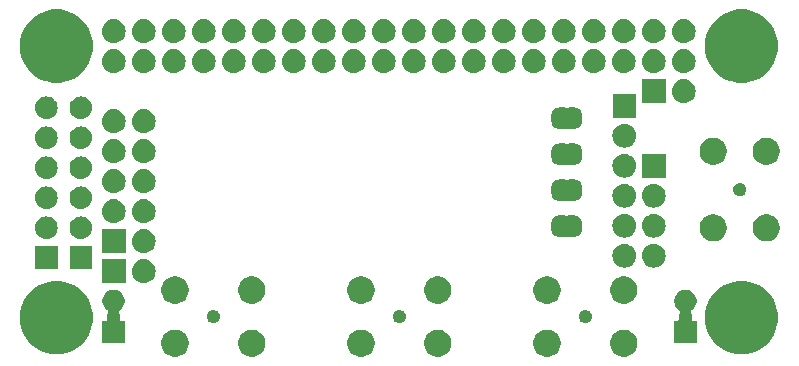
<source format=gbs>
G04 #@! TF.GenerationSoftware,KiCad,Pcbnew,(5.1.4)-1*
G04 #@! TF.CreationDate,2020-02-28T00:59:22+00:00*
G04 #@! TF.ProjectId,rgb-to-hdmi,7267622d-746f-42d6-9864-6d692e6b6963,rev?*
G04 #@! TF.SameCoordinates,Original*
G04 #@! TF.FileFunction,Soldermask,Bot*
G04 #@! TF.FilePolarity,Negative*
%FSLAX46Y46*%
G04 Gerber Fmt 4.6, Leading zero omitted, Abs format (unit mm)*
G04 Created by KiCad (PCBNEW (5.1.4)-1) date 2020-02-28 00:59:22*
%MOMM*%
%LPD*%
G04 APERTURE LIST*
%ADD10C,0.100000*%
G04 APERTURE END LIST*
D10*
G36*
X67887443Y-52041154D02*
G01*
X68096728Y-52127842D01*
X68285081Y-52253696D01*
X68445264Y-52413879D01*
X68571118Y-52602232D01*
X68657806Y-52811517D01*
X68702000Y-53033695D01*
X68702000Y-53260225D01*
X68657806Y-53482403D01*
X68571118Y-53691688D01*
X68445264Y-53880041D01*
X68285081Y-54040224D01*
X68096728Y-54166078D01*
X67887443Y-54252766D01*
X67665265Y-54296960D01*
X67438735Y-54296960D01*
X67216557Y-54252766D01*
X67007272Y-54166078D01*
X66818919Y-54040224D01*
X66658736Y-53880041D01*
X66532882Y-53691688D01*
X66446194Y-53482403D01*
X66402000Y-53260225D01*
X66402000Y-53033695D01*
X66446194Y-52811517D01*
X66532882Y-52602232D01*
X66658736Y-52413879D01*
X66818919Y-52253696D01*
X67007272Y-52127842D01*
X67216557Y-52041154D01*
X67438735Y-51996960D01*
X67665265Y-51996960D01*
X67887443Y-52041154D01*
X67887443Y-52041154D01*
G37*
G36*
X61387443Y-52041154D02*
G01*
X61596728Y-52127842D01*
X61785081Y-52253696D01*
X61945264Y-52413879D01*
X62071118Y-52602232D01*
X62157806Y-52811517D01*
X62202000Y-53033695D01*
X62202000Y-53260225D01*
X62157806Y-53482403D01*
X62071118Y-53691688D01*
X61945264Y-53880041D01*
X61785081Y-54040224D01*
X61596728Y-54166078D01*
X61387443Y-54252766D01*
X61165265Y-54296960D01*
X60938735Y-54296960D01*
X60716557Y-54252766D01*
X60507272Y-54166078D01*
X60318919Y-54040224D01*
X60158736Y-53880041D01*
X60032882Y-53691688D01*
X59946194Y-53482403D01*
X59902000Y-53260225D01*
X59902000Y-53033695D01*
X59946194Y-52811517D01*
X60032882Y-52602232D01*
X60158736Y-52413879D01*
X60318919Y-52253696D01*
X60507272Y-52127842D01*
X60716557Y-52041154D01*
X60938735Y-51996960D01*
X61165265Y-51996960D01*
X61387443Y-52041154D01*
X61387443Y-52041154D01*
G37*
G36*
X45639443Y-52041154D02*
G01*
X45848728Y-52127842D01*
X46037081Y-52253696D01*
X46197264Y-52413879D01*
X46323118Y-52602232D01*
X46409806Y-52811517D01*
X46454000Y-53033695D01*
X46454000Y-53260225D01*
X46409806Y-53482403D01*
X46323118Y-53691688D01*
X46197264Y-53880041D01*
X46037081Y-54040224D01*
X45848728Y-54166078D01*
X45639443Y-54252766D01*
X45417265Y-54296960D01*
X45190735Y-54296960D01*
X44968557Y-54252766D01*
X44759272Y-54166078D01*
X44570919Y-54040224D01*
X44410736Y-53880041D01*
X44284882Y-53691688D01*
X44198194Y-53482403D01*
X44154000Y-53260225D01*
X44154000Y-53033695D01*
X44198194Y-52811517D01*
X44284882Y-52602232D01*
X44410736Y-52413879D01*
X44570919Y-52253696D01*
X44759272Y-52127842D01*
X44968557Y-52041154D01*
X45190735Y-51996960D01*
X45417265Y-51996960D01*
X45639443Y-52041154D01*
X45639443Y-52041154D01*
G37*
G36*
X52139443Y-52041154D02*
G01*
X52348728Y-52127842D01*
X52537081Y-52253696D01*
X52697264Y-52413879D01*
X52823118Y-52602232D01*
X52909806Y-52811517D01*
X52954000Y-53033695D01*
X52954000Y-53260225D01*
X52909806Y-53482403D01*
X52823118Y-53691688D01*
X52697264Y-53880041D01*
X52537081Y-54040224D01*
X52348728Y-54166078D01*
X52139443Y-54252766D01*
X51917265Y-54296960D01*
X51690735Y-54296960D01*
X51468557Y-54252766D01*
X51259272Y-54166078D01*
X51070919Y-54040224D01*
X50910736Y-53880041D01*
X50784882Y-53691688D01*
X50698194Y-53482403D01*
X50654000Y-53260225D01*
X50654000Y-53033695D01*
X50698194Y-52811517D01*
X50784882Y-52602232D01*
X50910736Y-52413879D01*
X51070919Y-52253696D01*
X51259272Y-52127842D01*
X51468557Y-52041154D01*
X51690735Y-51996960D01*
X51917265Y-51996960D01*
X52139443Y-52041154D01*
X52139443Y-52041154D01*
G37*
G36*
X29891443Y-52041154D02*
G01*
X30100728Y-52127842D01*
X30289081Y-52253696D01*
X30449264Y-52413879D01*
X30575118Y-52602232D01*
X30661806Y-52811517D01*
X30706000Y-53033695D01*
X30706000Y-53260225D01*
X30661806Y-53482403D01*
X30575118Y-53691688D01*
X30449264Y-53880041D01*
X30289081Y-54040224D01*
X30100728Y-54166078D01*
X29891443Y-54252766D01*
X29669265Y-54296960D01*
X29442735Y-54296960D01*
X29220557Y-54252766D01*
X29011272Y-54166078D01*
X28822919Y-54040224D01*
X28662736Y-53880041D01*
X28536882Y-53691688D01*
X28450194Y-53482403D01*
X28406000Y-53260225D01*
X28406000Y-53033695D01*
X28450194Y-52811517D01*
X28536882Y-52602232D01*
X28662736Y-52413879D01*
X28822919Y-52253696D01*
X29011272Y-52127842D01*
X29220557Y-52041154D01*
X29442735Y-51996960D01*
X29669265Y-51996960D01*
X29891443Y-52041154D01*
X29891443Y-52041154D01*
G37*
G36*
X36391443Y-52041154D02*
G01*
X36600728Y-52127842D01*
X36789081Y-52253696D01*
X36949264Y-52413879D01*
X37075118Y-52602232D01*
X37161806Y-52811517D01*
X37206000Y-53033695D01*
X37206000Y-53260225D01*
X37161806Y-53482403D01*
X37075118Y-53691688D01*
X36949264Y-53880041D01*
X36789081Y-54040224D01*
X36600728Y-54166078D01*
X36391443Y-54252766D01*
X36169265Y-54296960D01*
X35942735Y-54296960D01*
X35720557Y-54252766D01*
X35511272Y-54166078D01*
X35322919Y-54040224D01*
X35162736Y-53880041D01*
X35036882Y-53691688D01*
X34950194Y-53482403D01*
X34906000Y-53260225D01*
X34906000Y-53033695D01*
X34950194Y-52811517D01*
X35036882Y-52602232D01*
X35162736Y-52413879D01*
X35322919Y-52253696D01*
X35511272Y-52127842D01*
X35720557Y-52041154D01*
X35942735Y-51996960D01*
X36169265Y-51996960D01*
X36391443Y-52041154D01*
X36391443Y-52041154D01*
G37*
G36*
X78204038Y-47979309D02*
G01*
X78404237Y-48019131D01*
X78968401Y-48252815D01*
X79476135Y-48592072D01*
X79907928Y-49023865D01*
X80247185Y-49531599D01*
X80338795Y-49752766D01*
X80480869Y-50095763D01*
X80600000Y-50694676D01*
X80600000Y-51305324D01*
X80584278Y-51384363D01*
X80480869Y-51904237D01*
X80247185Y-52468401D01*
X79907928Y-52976135D01*
X79476135Y-53407928D01*
X78968401Y-53747185D01*
X78404237Y-53980869D01*
X77805324Y-54100000D01*
X77194676Y-54100000D01*
X76595763Y-53980869D01*
X76031599Y-53747185D01*
X75523865Y-53407928D01*
X75092072Y-52976135D01*
X74752815Y-52468401D01*
X74519131Y-51904237D01*
X74415722Y-51384363D01*
X74400000Y-51305324D01*
X74400000Y-50694676D01*
X74519131Y-50095763D01*
X74661205Y-49752766D01*
X74752815Y-49531599D01*
X75092072Y-49023865D01*
X75523865Y-48592072D01*
X76031599Y-48252815D01*
X76595763Y-48019131D01*
X76795962Y-47979309D01*
X77194676Y-47900000D01*
X77805324Y-47900000D01*
X78204038Y-47979309D01*
X78204038Y-47979309D01*
G37*
G36*
X20204038Y-47979309D02*
G01*
X20404237Y-48019131D01*
X20968401Y-48252815D01*
X21476135Y-48592072D01*
X21907928Y-49023865D01*
X22247185Y-49531599D01*
X22338795Y-49752766D01*
X22480869Y-50095763D01*
X22600000Y-50694676D01*
X22600000Y-51305324D01*
X22584278Y-51384363D01*
X22480869Y-51904237D01*
X22247185Y-52468401D01*
X21907928Y-52976135D01*
X21476135Y-53407928D01*
X20968401Y-53747185D01*
X20404237Y-53980869D01*
X19805324Y-54100000D01*
X19194676Y-54100000D01*
X18595763Y-53980869D01*
X18031599Y-53747185D01*
X17523865Y-53407928D01*
X17092072Y-52976135D01*
X16752815Y-52468401D01*
X16519131Y-51904237D01*
X16415722Y-51384363D01*
X16400000Y-51305324D01*
X16400000Y-50694676D01*
X16519131Y-50095763D01*
X16661205Y-49752766D01*
X16752815Y-49531599D01*
X17092072Y-49023865D01*
X17523865Y-48592072D01*
X18031599Y-48252815D01*
X18595763Y-48019131D01*
X18795962Y-47979309D01*
X19194676Y-47900000D01*
X19805324Y-47900000D01*
X20204038Y-47979309D01*
X20204038Y-47979309D01*
G37*
G36*
X24626105Y-48657468D02*
G01*
X24798994Y-48729081D01*
X24954590Y-48833047D01*
X25086913Y-48965370D01*
X25190879Y-49120966D01*
X25190880Y-49120968D01*
X25262492Y-49293855D01*
X25299000Y-49477393D01*
X25299000Y-49664527D01*
X25262492Y-49848065D01*
X25190879Y-50020954D01*
X25086913Y-50176550D01*
X24954590Y-50308873D01*
X24887855Y-50353464D01*
X24857554Y-50378332D01*
X24832682Y-50408639D01*
X24814200Y-50443216D01*
X24802819Y-50480735D01*
X24798976Y-50519753D01*
X24802819Y-50558770D01*
X24814200Y-50596289D01*
X24832680Y-50630863D01*
X24836404Y-50636437D01*
X24877864Y-50736530D01*
X24899000Y-50842790D01*
X24899000Y-50951130D01*
X24882925Y-51031943D01*
X24879082Y-51070960D01*
X24882925Y-51109978D01*
X24894306Y-51147497D01*
X24912788Y-51182074D01*
X24937660Y-51212381D01*
X24967967Y-51237254D01*
X25002544Y-51255736D01*
X25040063Y-51267117D01*
X25079081Y-51270960D01*
X25299000Y-51270960D01*
X25299000Y-53170960D01*
X23399000Y-53170960D01*
X23399000Y-51270960D01*
X23618919Y-51270960D01*
X23657937Y-51267117D01*
X23695455Y-51255736D01*
X23730032Y-51237254D01*
X23760340Y-51212382D01*
X23785212Y-51182074D01*
X23803694Y-51147497D01*
X23815075Y-51109979D01*
X23818918Y-51070961D01*
X23815075Y-51031943D01*
X23799000Y-50951130D01*
X23799000Y-50842790D01*
X23820136Y-50736530D01*
X23861596Y-50636437D01*
X23865320Y-50630863D01*
X23883801Y-50596285D01*
X23895182Y-50558767D01*
X23899024Y-50519749D01*
X23895180Y-50480731D01*
X23883799Y-50443213D01*
X23865316Y-50408636D01*
X23840443Y-50378329D01*
X23810145Y-50353464D01*
X23743410Y-50308873D01*
X23611087Y-50176550D01*
X23507121Y-50020954D01*
X23435508Y-49848065D01*
X23399000Y-49664527D01*
X23399000Y-49477393D01*
X23435508Y-49293855D01*
X23507120Y-49120968D01*
X23507121Y-49120966D01*
X23611087Y-48965370D01*
X23743410Y-48833047D01*
X23899006Y-48729081D01*
X24071895Y-48657468D01*
X24255433Y-48620960D01*
X24442567Y-48620960D01*
X24626105Y-48657468D01*
X24626105Y-48657468D01*
G37*
G36*
X73036105Y-48657468D02*
G01*
X73208994Y-48729081D01*
X73364590Y-48833047D01*
X73496913Y-48965370D01*
X73600879Y-49120966D01*
X73600880Y-49120968D01*
X73672492Y-49293855D01*
X73709000Y-49477393D01*
X73709000Y-49664527D01*
X73672492Y-49848065D01*
X73600879Y-50020954D01*
X73496913Y-50176550D01*
X73364590Y-50308873D01*
X73297855Y-50353464D01*
X73267554Y-50378332D01*
X73242682Y-50408639D01*
X73224200Y-50443216D01*
X73212819Y-50480735D01*
X73208976Y-50519753D01*
X73212819Y-50558770D01*
X73224200Y-50596289D01*
X73242680Y-50630863D01*
X73246404Y-50636437D01*
X73287864Y-50736530D01*
X73309000Y-50842790D01*
X73309000Y-50951130D01*
X73292925Y-51031943D01*
X73289082Y-51070960D01*
X73292925Y-51109978D01*
X73304306Y-51147497D01*
X73322788Y-51182074D01*
X73347660Y-51212381D01*
X73377967Y-51237254D01*
X73412544Y-51255736D01*
X73450063Y-51267117D01*
X73489081Y-51270960D01*
X73709000Y-51270960D01*
X73709000Y-53170960D01*
X71809000Y-53170960D01*
X71809000Y-51270960D01*
X72028919Y-51270960D01*
X72067937Y-51267117D01*
X72105455Y-51255736D01*
X72140032Y-51237254D01*
X72170340Y-51212382D01*
X72195212Y-51182074D01*
X72213694Y-51147497D01*
X72225075Y-51109979D01*
X72228918Y-51070961D01*
X72225075Y-51031943D01*
X72209000Y-50951130D01*
X72209000Y-50842790D01*
X72230136Y-50736530D01*
X72271596Y-50636437D01*
X72275320Y-50630863D01*
X72293801Y-50596285D01*
X72305182Y-50558767D01*
X72309024Y-50519749D01*
X72305180Y-50480731D01*
X72293799Y-50443213D01*
X72275316Y-50408636D01*
X72250443Y-50378329D01*
X72220145Y-50353464D01*
X72153410Y-50308873D01*
X72021087Y-50176550D01*
X71917121Y-50020954D01*
X71845508Y-49848065D01*
X71809000Y-49664527D01*
X71809000Y-49477393D01*
X71845508Y-49293855D01*
X71917120Y-49120968D01*
X71917121Y-49120966D01*
X72021087Y-48965370D01*
X72153410Y-48833047D01*
X72309006Y-48729081D01*
X72481895Y-48657468D01*
X72665433Y-48620960D01*
X72852567Y-48620960D01*
X73036105Y-48657468D01*
X73036105Y-48657468D01*
G37*
G36*
X32966430Y-50368096D02*
G01*
X33066521Y-50409555D01*
X33156603Y-50469746D01*
X33233214Y-50546357D01*
X33293405Y-50636439D01*
X33334864Y-50736530D01*
X33356000Y-50842790D01*
X33356000Y-50951130D01*
X33334864Y-51057390D01*
X33293405Y-51157481D01*
X33233214Y-51247563D01*
X33156603Y-51324174D01*
X33066521Y-51384365D01*
X32966430Y-51425824D01*
X32860170Y-51446960D01*
X32751830Y-51446960D01*
X32645570Y-51425824D01*
X32545479Y-51384365D01*
X32455397Y-51324174D01*
X32378786Y-51247563D01*
X32318595Y-51157481D01*
X32277136Y-51057390D01*
X32256000Y-50951130D01*
X32256000Y-50842790D01*
X32277136Y-50736530D01*
X32318595Y-50636439D01*
X32378786Y-50546357D01*
X32455397Y-50469746D01*
X32545479Y-50409555D01*
X32645570Y-50368096D01*
X32751830Y-50346960D01*
X32860170Y-50346960D01*
X32966430Y-50368096D01*
X32966430Y-50368096D01*
G37*
G36*
X64462430Y-50368096D02*
G01*
X64562521Y-50409555D01*
X64652603Y-50469746D01*
X64729214Y-50546357D01*
X64789405Y-50636439D01*
X64830864Y-50736530D01*
X64852000Y-50842790D01*
X64852000Y-50951130D01*
X64830864Y-51057390D01*
X64789405Y-51157481D01*
X64729214Y-51247563D01*
X64652603Y-51324174D01*
X64562521Y-51384365D01*
X64462430Y-51425824D01*
X64356170Y-51446960D01*
X64247830Y-51446960D01*
X64141570Y-51425824D01*
X64041479Y-51384365D01*
X63951397Y-51324174D01*
X63874786Y-51247563D01*
X63814595Y-51157481D01*
X63773136Y-51057390D01*
X63752000Y-50951130D01*
X63752000Y-50842790D01*
X63773136Y-50736530D01*
X63814595Y-50636439D01*
X63874786Y-50546357D01*
X63951397Y-50469746D01*
X64041479Y-50409555D01*
X64141570Y-50368096D01*
X64247830Y-50346960D01*
X64356170Y-50346960D01*
X64462430Y-50368096D01*
X64462430Y-50368096D01*
G37*
G36*
X48714430Y-50368096D02*
G01*
X48814521Y-50409555D01*
X48904603Y-50469746D01*
X48981214Y-50546357D01*
X49041405Y-50636439D01*
X49082864Y-50736530D01*
X49104000Y-50842790D01*
X49104000Y-50951130D01*
X49082864Y-51057390D01*
X49041405Y-51157481D01*
X48981214Y-51247563D01*
X48904603Y-51324174D01*
X48814521Y-51384365D01*
X48714430Y-51425824D01*
X48608170Y-51446960D01*
X48499830Y-51446960D01*
X48393570Y-51425824D01*
X48293479Y-51384365D01*
X48203397Y-51324174D01*
X48126786Y-51247563D01*
X48066595Y-51157481D01*
X48025136Y-51057390D01*
X48004000Y-50951130D01*
X48004000Y-50842790D01*
X48025136Y-50736530D01*
X48066595Y-50636439D01*
X48126786Y-50546357D01*
X48203397Y-50469746D01*
X48293479Y-50409555D01*
X48393570Y-50368096D01*
X48499830Y-50346960D01*
X48608170Y-50346960D01*
X48714430Y-50368096D01*
X48714430Y-50368096D01*
G37*
G36*
X67887443Y-47541154D02*
G01*
X68096728Y-47627842D01*
X68285081Y-47753696D01*
X68445264Y-47913879D01*
X68571118Y-48102232D01*
X68657806Y-48311517D01*
X68702000Y-48533695D01*
X68702000Y-48760225D01*
X68657806Y-48982403D01*
X68571118Y-49191688D01*
X68445264Y-49380041D01*
X68285081Y-49540224D01*
X68096728Y-49666078D01*
X67887443Y-49752766D01*
X67665265Y-49796960D01*
X67438735Y-49796960D01*
X67216557Y-49752766D01*
X67007272Y-49666078D01*
X66818919Y-49540224D01*
X66658736Y-49380041D01*
X66532882Y-49191688D01*
X66446194Y-48982403D01*
X66402000Y-48760225D01*
X66402000Y-48533695D01*
X66446194Y-48311517D01*
X66532882Y-48102232D01*
X66658736Y-47913879D01*
X66818919Y-47753696D01*
X67007272Y-47627842D01*
X67216557Y-47541154D01*
X67438735Y-47496960D01*
X67665265Y-47496960D01*
X67887443Y-47541154D01*
X67887443Y-47541154D01*
G37*
G36*
X29891443Y-47541154D02*
G01*
X30100728Y-47627842D01*
X30289081Y-47753696D01*
X30449264Y-47913879D01*
X30575118Y-48102232D01*
X30661806Y-48311517D01*
X30706000Y-48533695D01*
X30706000Y-48760225D01*
X30661806Y-48982403D01*
X30575118Y-49191688D01*
X30449264Y-49380041D01*
X30289081Y-49540224D01*
X30100728Y-49666078D01*
X29891443Y-49752766D01*
X29669265Y-49796960D01*
X29442735Y-49796960D01*
X29220557Y-49752766D01*
X29011272Y-49666078D01*
X28822919Y-49540224D01*
X28662736Y-49380041D01*
X28536882Y-49191688D01*
X28450194Y-48982403D01*
X28406000Y-48760225D01*
X28406000Y-48533695D01*
X28450194Y-48311517D01*
X28536882Y-48102232D01*
X28662736Y-47913879D01*
X28822919Y-47753696D01*
X29011272Y-47627842D01*
X29220557Y-47541154D01*
X29442735Y-47496960D01*
X29669265Y-47496960D01*
X29891443Y-47541154D01*
X29891443Y-47541154D01*
G37*
G36*
X36391443Y-47541154D02*
G01*
X36600728Y-47627842D01*
X36789081Y-47753696D01*
X36949264Y-47913879D01*
X37075118Y-48102232D01*
X37161806Y-48311517D01*
X37206000Y-48533695D01*
X37206000Y-48760225D01*
X37161806Y-48982403D01*
X37075118Y-49191688D01*
X36949264Y-49380041D01*
X36789081Y-49540224D01*
X36600728Y-49666078D01*
X36391443Y-49752766D01*
X36169265Y-49796960D01*
X35942735Y-49796960D01*
X35720557Y-49752766D01*
X35511272Y-49666078D01*
X35322919Y-49540224D01*
X35162736Y-49380041D01*
X35036882Y-49191688D01*
X34950194Y-48982403D01*
X34906000Y-48760225D01*
X34906000Y-48533695D01*
X34950194Y-48311517D01*
X35036882Y-48102232D01*
X35162736Y-47913879D01*
X35322919Y-47753696D01*
X35511272Y-47627842D01*
X35720557Y-47541154D01*
X35942735Y-47496960D01*
X36169265Y-47496960D01*
X36391443Y-47541154D01*
X36391443Y-47541154D01*
G37*
G36*
X52139443Y-47541154D02*
G01*
X52348728Y-47627842D01*
X52537081Y-47753696D01*
X52697264Y-47913879D01*
X52823118Y-48102232D01*
X52909806Y-48311517D01*
X52954000Y-48533695D01*
X52954000Y-48760225D01*
X52909806Y-48982403D01*
X52823118Y-49191688D01*
X52697264Y-49380041D01*
X52537081Y-49540224D01*
X52348728Y-49666078D01*
X52139443Y-49752766D01*
X51917265Y-49796960D01*
X51690735Y-49796960D01*
X51468557Y-49752766D01*
X51259272Y-49666078D01*
X51070919Y-49540224D01*
X50910736Y-49380041D01*
X50784882Y-49191688D01*
X50698194Y-48982403D01*
X50654000Y-48760225D01*
X50654000Y-48533695D01*
X50698194Y-48311517D01*
X50784882Y-48102232D01*
X50910736Y-47913879D01*
X51070919Y-47753696D01*
X51259272Y-47627842D01*
X51468557Y-47541154D01*
X51690735Y-47496960D01*
X51917265Y-47496960D01*
X52139443Y-47541154D01*
X52139443Y-47541154D01*
G37*
G36*
X45639443Y-47541154D02*
G01*
X45848728Y-47627842D01*
X46037081Y-47753696D01*
X46197264Y-47913879D01*
X46323118Y-48102232D01*
X46409806Y-48311517D01*
X46454000Y-48533695D01*
X46454000Y-48760225D01*
X46409806Y-48982403D01*
X46323118Y-49191688D01*
X46197264Y-49380041D01*
X46037081Y-49540224D01*
X45848728Y-49666078D01*
X45639443Y-49752766D01*
X45417265Y-49796960D01*
X45190735Y-49796960D01*
X44968557Y-49752766D01*
X44759272Y-49666078D01*
X44570919Y-49540224D01*
X44410736Y-49380041D01*
X44284882Y-49191688D01*
X44198194Y-48982403D01*
X44154000Y-48760225D01*
X44154000Y-48533695D01*
X44198194Y-48311517D01*
X44284882Y-48102232D01*
X44410736Y-47913879D01*
X44570919Y-47753696D01*
X44759272Y-47627842D01*
X44968557Y-47541154D01*
X45190735Y-47496960D01*
X45417265Y-47496960D01*
X45639443Y-47541154D01*
X45639443Y-47541154D01*
G37*
G36*
X61387443Y-47541154D02*
G01*
X61596728Y-47627842D01*
X61785081Y-47753696D01*
X61945264Y-47913879D01*
X62071118Y-48102232D01*
X62157806Y-48311517D01*
X62202000Y-48533695D01*
X62202000Y-48760225D01*
X62157806Y-48982403D01*
X62071118Y-49191688D01*
X61945264Y-49380041D01*
X61785081Y-49540224D01*
X61596728Y-49666078D01*
X61387443Y-49752766D01*
X61165265Y-49796960D01*
X60938735Y-49796960D01*
X60716557Y-49752766D01*
X60507272Y-49666078D01*
X60318919Y-49540224D01*
X60158736Y-49380041D01*
X60032882Y-49191688D01*
X59946194Y-48982403D01*
X59902000Y-48760225D01*
X59902000Y-48533695D01*
X59946194Y-48311517D01*
X60032882Y-48102232D01*
X60158736Y-47913879D01*
X60318919Y-47753696D01*
X60507272Y-47627842D01*
X60716557Y-47541154D01*
X60938735Y-47496960D01*
X61165265Y-47496960D01*
X61387443Y-47541154D01*
X61387443Y-47541154D01*
G37*
G36*
X25372000Y-48050960D02*
G01*
X23372000Y-48050960D01*
X23372000Y-46050960D01*
X25372000Y-46050960D01*
X25372000Y-48050960D01*
X25372000Y-48050960D01*
G37*
G36*
X27108036Y-46065429D02*
G01*
X27296533Y-46122609D01*
X27458265Y-46209058D01*
X27470258Y-46215468D01*
X27622528Y-46340432D01*
X27747492Y-46492702D01*
X27747493Y-46492704D01*
X27840351Y-46666427D01*
X27897531Y-46854924D01*
X27916838Y-47050960D01*
X27897531Y-47246996D01*
X27840351Y-47435493D01*
X27783873Y-47541154D01*
X27747492Y-47609218D01*
X27622528Y-47761488D01*
X27470258Y-47886452D01*
X27470256Y-47886453D01*
X27296533Y-47979311D01*
X27108036Y-48036491D01*
X26961125Y-48050960D01*
X26862875Y-48050960D01*
X26715964Y-48036491D01*
X26527467Y-47979311D01*
X26353744Y-47886453D01*
X26353742Y-47886452D01*
X26201472Y-47761488D01*
X26076508Y-47609218D01*
X26040127Y-47541154D01*
X25983649Y-47435493D01*
X25926469Y-47246996D01*
X25907162Y-47050960D01*
X25926469Y-46854924D01*
X25983649Y-46666427D01*
X26076507Y-46492704D01*
X26076508Y-46492702D01*
X26201472Y-46340432D01*
X26353742Y-46215468D01*
X26365735Y-46209058D01*
X26527467Y-46122609D01*
X26715964Y-46065429D01*
X26862875Y-46050960D01*
X26961125Y-46050960D01*
X27108036Y-46065429D01*
X27108036Y-46065429D01*
G37*
G36*
X19607000Y-46857960D02*
G01*
X17707000Y-46857960D01*
X17707000Y-44957960D01*
X19607000Y-44957960D01*
X19607000Y-46857960D01*
X19607000Y-46857960D01*
G37*
G36*
X22528000Y-46857960D02*
G01*
X20628000Y-46857960D01*
X20628000Y-44957960D01*
X22528000Y-44957960D01*
X22528000Y-46857960D01*
X22528000Y-46857960D01*
G37*
G36*
X70288036Y-44770029D02*
G01*
X70476533Y-44827209D01*
X70638265Y-44913658D01*
X70650258Y-44920068D01*
X70802528Y-45045032D01*
X70927492Y-45197302D01*
X70927493Y-45197304D01*
X71020351Y-45371027D01*
X71077531Y-45559524D01*
X71096838Y-45755560D01*
X71077531Y-45951596D01*
X71020351Y-46140093D01*
X70933902Y-46301825D01*
X70927492Y-46313818D01*
X70802528Y-46466088D01*
X70650258Y-46591052D01*
X70650256Y-46591053D01*
X70476533Y-46683911D01*
X70288036Y-46741091D01*
X70141125Y-46755560D01*
X70042875Y-46755560D01*
X69895964Y-46741091D01*
X69707467Y-46683911D01*
X69533744Y-46591053D01*
X69533742Y-46591052D01*
X69381472Y-46466088D01*
X69256508Y-46313818D01*
X69250098Y-46301825D01*
X69163649Y-46140093D01*
X69106469Y-45951596D01*
X69087162Y-45755560D01*
X69106469Y-45559524D01*
X69163649Y-45371027D01*
X69256507Y-45197304D01*
X69256508Y-45197302D01*
X69381472Y-45045032D01*
X69533742Y-44920068D01*
X69545735Y-44913658D01*
X69707467Y-44827209D01*
X69895964Y-44770029D01*
X70042875Y-44755560D01*
X70141125Y-44755560D01*
X70288036Y-44770029D01*
X70288036Y-44770029D01*
G37*
G36*
X67796836Y-44768470D02*
G01*
X67985333Y-44825650D01*
X68115998Y-44895493D01*
X68159058Y-44918509D01*
X68311328Y-45043473D01*
X68436292Y-45195743D01*
X68436293Y-45195745D01*
X68529151Y-45369468D01*
X68586331Y-45557965D01*
X68605638Y-45754001D01*
X68586331Y-45950037D01*
X68529151Y-46138534D01*
X68488028Y-46215468D01*
X68436292Y-46312259D01*
X68311328Y-46464529D01*
X68159058Y-46589493D01*
X68159056Y-46589494D01*
X67985333Y-46682352D01*
X67796836Y-46739532D01*
X67649925Y-46754001D01*
X67551675Y-46754001D01*
X67404764Y-46739532D01*
X67216267Y-46682352D01*
X67042544Y-46589494D01*
X67042542Y-46589493D01*
X66890272Y-46464529D01*
X66765308Y-46312259D01*
X66713572Y-46215468D01*
X66672449Y-46138534D01*
X66615269Y-45950037D01*
X66595962Y-45754001D01*
X66615269Y-45557965D01*
X66672449Y-45369468D01*
X66765307Y-45195745D01*
X66765308Y-45195743D01*
X66890272Y-45043473D01*
X67042542Y-44918509D01*
X67085602Y-44895493D01*
X67216267Y-44825650D01*
X67404764Y-44768470D01*
X67551675Y-44754001D01*
X67649925Y-44754001D01*
X67796836Y-44768470D01*
X67796836Y-44768470D01*
G37*
G36*
X27108036Y-43525429D02*
G01*
X27296533Y-43582609D01*
X27433941Y-43656056D01*
X27470258Y-43675468D01*
X27622528Y-43800432D01*
X27747492Y-43952702D01*
X27747493Y-43952704D01*
X27840351Y-44126427D01*
X27897531Y-44314924D01*
X27916838Y-44510960D01*
X27897531Y-44706996D01*
X27840351Y-44895493D01*
X27806961Y-44957960D01*
X27747492Y-45069218D01*
X27622528Y-45221488D01*
X27470258Y-45346452D01*
X27470256Y-45346453D01*
X27296533Y-45439311D01*
X27108036Y-45496491D01*
X26961125Y-45510960D01*
X26862875Y-45510960D01*
X26715964Y-45496491D01*
X26527467Y-45439311D01*
X26353744Y-45346453D01*
X26353742Y-45346452D01*
X26201472Y-45221488D01*
X26076508Y-45069218D01*
X26017039Y-44957960D01*
X25983649Y-44895493D01*
X25926469Y-44706996D01*
X25907162Y-44510960D01*
X25926469Y-44314924D01*
X25983649Y-44126427D01*
X26076507Y-43952704D01*
X26076508Y-43952702D01*
X26201472Y-43800432D01*
X26353742Y-43675468D01*
X26390059Y-43656056D01*
X26527467Y-43582609D01*
X26715964Y-43525429D01*
X26862875Y-43510960D01*
X26961125Y-43510960D01*
X27108036Y-43525429D01*
X27108036Y-43525429D01*
G37*
G36*
X25372000Y-45510960D02*
G01*
X23372000Y-45510960D01*
X23372000Y-43510960D01*
X25372000Y-43510960D01*
X25372000Y-45510960D01*
X25372000Y-45510960D01*
G37*
G36*
X79952443Y-42285154D02*
G01*
X80161728Y-42371842D01*
X80350081Y-42497696D01*
X80510264Y-42657879D01*
X80636118Y-42846232D01*
X80722806Y-43055517D01*
X80767000Y-43277695D01*
X80767000Y-43504225D01*
X80722806Y-43726403D01*
X80636118Y-43935688D01*
X80510264Y-44124041D01*
X80350081Y-44284224D01*
X80161728Y-44410078D01*
X79952443Y-44496766D01*
X79730265Y-44540960D01*
X79503735Y-44540960D01*
X79281557Y-44496766D01*
X79072272Y-44410078D01*
X78883919Y-44284224D01*
X78723736Y-44124041D01*
X78597882Y-43935688D01*
X78511194Y-43726403D01*
X78467000Y-43504225D01*
X78467000Y-43277695D01*
X78511194Y-43055517D01*
X78597882Y-42846232D01*
X78723736Y-42657879D01*
X78883919Y-42497696D01*
X79072272Y-42371842D01*
X79281557Y-42285154D01*
X79503735Y-42240960D01*
X79730265Y-42240960D01*
X79952443Y-42285154D01*
X79952443Y-42285154D01*
G37*
G36*
X75452443Y-42285154D02*
G01*
X75661728Y-42371842D01*
X75850081Y-42497696D01*
X76010264Y-42657879D01*
X76136118Y-42846232D01*
X76222806Y-43055517D01*
X76267000Y-43277695D01*
X76267000Y-43504225D01*
X76222806Y-43726403D01*
X76136118Y-43935688D01*
X76010264Y-44124041D01*
X75850081Y-44284224D01*
X75661728Y-44410078D01*
X75452443Y-44496766D01*
X75230265Y-44540960D01*
X75003735Y-44540960D01*
X74781557Y-44496766D01*
X74572272Y-44410078D01*
X74383919Y-44284224D01*
X74223736Y-44124041D01*
X74097882Y-43935688D01*
X74011194Y-43726403D01*
X73967000Y-43504225D01*
X73967000Y-43277695D01*
X74011194Y-43055517D01*
X74097882Y-42846232D01*
X74223736Y-42657879D01*
X74383919Y-42497696D01*
X74572272Y-42371842D01*
X74781557Y-42285154D01*
X75003735Y-42240960D01*
X75230265Y-42240960D01*
X75452443Y-42285154D01*
X75452443Y-42285154D01*
G37*
G36*
X18843234Y-42431706D02*
G01*
X19022309Y-42486028D01*
X19187342Y-42574240D01*
X19187343Y-42574241D01*
X19187345Y-42574242D01*
X19332001Y-42692959D01*
X19445310Y-42831025D01*
X19450720Y-42837618D01*
X19538932Y-43002651D01*
X19593254Y-43181726D01*
X19611596Y-43367960D01*
X19593254Y-43554194D01*
X19538932Y-43733269D01*
X19497706Y-43810397D01*
X19450718Y-43898305D01*
X19332001Y-44042961D01*
X19187345Y-44161678D01*
X19187343Y-44161679D01*
X19187342Y-44161680D01*
X19022309Y-44249892D01*
X18843234Y-44304214D01*
X18703665Y-44317960D01*
X18610335Y-44317960D01*
X18470766Y-44304214D01*
X18291691Y-44249892D01*
X18126658Y-44161680D01*
X18126657Y-44161679D01*
X18126655Y-44161678D01*
X17981999Y-44042961D01*
X17863282Y-43898305D01*
X17816294Y-43810397D01*
X17775068Y-43733269D01*
X17720746Y-43554194D01*
X17702404Y-43367960D01*
X17720746Y-43181726D01*
X17775068Y-43002651D01*
X17863280Y-42837618D01*
X17868691Y-42831025D01*
X17981999Y-42692959D01*
X18126655Y-42574242D01*
X18126657Y-42574241D01*
X18126658Y-42574240D01*
X18291691Y-42486028D01*
X18470766Y-42431706D01*
X18610335Y-42417960D01*
X18703665Y-42417960D01*
X18843234Y-42431706D01*
X18843234Y-42431706D01*
G37*
G36*
X21764234Y-42431706D02*
G01*
X21943309Y-42486028D01*
X22108342Y-42574240D01*
X22108343Y-42574241D01*
X22108345Y-42574242D01*
X22253001Y-42692959D01*
X22366310Y-42831025D01*
X22371720Y-42837618D01*
X22459932Y-43002651D01*
X22514254Y-43181726D01*
X22532596Y-43367960D01*
X22514254Y-43554194D01*
X22459932Y-43733269D01*
X22418706Y-43810397D01*
X22371718Y-43898305D01*
X22253001Y-44042961D01*
X22108345Y-44161678D01*
X22108343Y-44161679D01*
X22108342Y-44161680D01*
X21943309Y-44249892D01*
X21764234Y-44304214D01*
X21624665Y-44317960D01*
X21531335Y-44317960D01*
X21391766Y-44304214D01*
X21212691Y-44249892D01*
X21047658Y-44161680D01*
X21047657Y-44161679D01*
X21047655Y-44161678D01*
X20902999Y-44042961D01*
X20784282Y-43898305D01*
X20737294Y-43810397D01*
X20696068Y-43733269D01*
X20641746Y-43554194D01*
X20623404Y-43367960D01*
X20641746Y-43181726D01*
X20696068Y-43002651D01*
X20784280Y-42837618D01*
X20789691Y-42831025D01*
X20902999Y-42692959D01*
X21047655Y-42574242D01*
X21047657Y-42574241D01*
X21047658Y-42574240D01*
X21212691Y-42486028D01*
X21391766Y-42431706D01*
X21531335Y-42417960D01*
X21624665Y-42417960D01*
X21764234Y-42431706D01*
X21764234Y-42431706D01*
G37*
G36*
X70288036Y-42230029D02*
G01*
X70476533Y-42287209D01*
X70616072Y-42361795D01*
X70650258Y-42380068D01*
X70802528Y-42505032D01*
X70927492Y-42657302D01*
X70927493Y-42657304D01*
X71020351Y-42831027D01*
X71077531Y-43019524D01*
X71096838Y-43215560D01*
X71077531Y-43411596D01*
X71020351Y-43600093D01*
X70949166Y-43733269D01*
X70927492Y-43773818D01*
X70802528Y-43926088D01*
X70650258Y-44051052D01*
X70650256Y-44051053D01*
X70476533Y-44143911D01*
X70288036Y-44201091D01*
X70141125Y-44215560D01*
X70042875Y-44215560D01*
X69895964Y-44201091D01*
X69707467Y-44143911D01*
X69533744Y-44051053D01*
X69533742Y-44051052D01*
X69381472Y-43926088D01*
X69256508Y-43773818D01*
X69234834Y-43733269D01*
X69163649Y-43600093D01*
X69106469Y-43411596D01*
X69087162Y-43215560D01*
X69106469Y-43019524D01*
X69163649Y-42831027D01*
X69256507Y-42657304D01*
X69256508Y-42657302D01*
X69381472Y-42505032D01*
X69533742Y-42380068D01*
X69567928Y-42361795D01*
X69707467Y-42287209D01*
X69895964Y-42230029D01*
X70042875Y-42215560D01*
X70141125Y-42215560D01*
X70288036Y-42230029D01*
X70288036Y-42230029D01*
G37*
G36*
X67796836Y-42228470D02*
G01*
X67985333Y-42285650D01*
X68134974Y-42365636D01*
X68159058Y-42378509D01*
X68311328Y-42503473D01*
X68436292Y-42655743D01*
X68436293Y-42655745D01*
X68529151Y-42829468D01*
X68586331Y-43017965D01*
X68605638Y-43214001D01*
X68586331Y-43410037D01*
X68529151Y-43598534D01*
X68488028Y-43675468D01*
X68436292Y-43772259D01*
X68311328Y-43924529D01*
X68159058Y-44049493D01*
X68159056Y-44049494D01*
X67985333Y-44142352D01*
X67796836Y-44199532D01*
X67649925Y-44214001D01*
X67551675Y-44214001D01*
X67404764Y-44199532D01*
X67216267Y-44142352D01*
X67042544Y-44049494D01*
X67042542Y-44049493D01*
X66890272Y-43924529D01*
X66765308Y-43772259D01*
X66713572Y-43675468D01*
X66672449Y-43598534D01*
X66615269Y-43410037D01*
X66595962Y-43214001D01*
X66615269Y-43017965D01*
X66672449Y-42829468D01*
X66765307Y-42655745D01*
X66765308Y-42655743D01*
X66890272Y-42503473D01*
X67042542Y-42378509D01*
X67066626Y-42365636D01*
X67216267Y-42285650D01*
X67404764Y-42228470D01*
X67551675Y-42214001D01*
X67649925Y-42214001D01*
X67796836Y-42228470D01*
X67796836Y-42228470D01*
G37*
G36*
X62560992Y-42340234D02*
G01*
X62561000Y-42340234D01*
X62590405Y-42343130D01*
X62618680Y-42351707D01*
X62618682Y-42351708D01*
X62620808Y-42352353D01*
X62652947Y-42365665D01*
X62691401Y-42373313D01*
X62730608Y-42373313D01*
X62769061Y-42365663D01*
X62801193Y-42352353D01*
X62803317Y-42351709D01*
X62803320Y-42351707D01*
X62831595Y-42343130D01*
X62861000Y-42340234D01*
X62861008Y-42340234D01*
X62870827Y-42339267D01*
X63351173Y-42339267D01*
X63360991Y-42340234D01*
X63361000Y-42340234D01*
X63365863Y-42340713D01*
X63385448Y-42341675D01*
X63400182Y-42341675D01*
X63410000Y-42342642D01*
X63410009Y-42342642D01*
X63439414Y-42345538D01*
X63439425Y-42345540D01*
X63449241Y-42346507D01*
X63526096Y-42361795D01*
X63535531Y-42364657D01*
X63535547Y-42364660D01*
X63563822Y-42373237D01*
X63563830Y-42373240D01*
X63573278Y-42376106D01*
X63645668Y-42406091D01*
X63654374Y-42410744D01*
X63654378Y-42410746D01*
X63667874Y-42417960D01*
X63689140Y-42429327D01*
X63754301Y-42472867D01*
X63761924Y-42479123D01*
X63761936Y-42479131D01*
X63784776Y-42497876D01*
X63784780Y-42497880D01*
X63792408Y-42504140D01*
X63847820Y-42559552D01*
X63854080Y-42567180D01*
X63854084Y-42567184D01*
X63872829Y-42590024D01*
X63872837Y-42590036D01*
X63879093Y-42597659D01*
X63922633Y-42662820D01*
X63927284Y-42671521D01*
X63927285Y-42671523D01*
X63941214Y-42697582D01*
X63941216Y-42697586D01*
X63945869Y-42706292D01*
X63975854Y-42778682D01*
X63978720Y-42788130D01*
X63978723Y-42788138D01*
X63987300Y-42816413D01*
X63987303Y-42816429D01*
X63990165Y-42825864D01*
X64005453Y-42902719D01*
X64006420Y-42912535D01*
X64006422Y-42912546D01*
X64009318Y-42941951D01*
X64009318Y-42941960D01*
X64010285Y-42951778D01*
X64010285Y-42966512D01*
X64011247Y-42986097D01*
X64011726Y-42990960D01*
X64011726Y-42990969D01*
X64012693Y-43000787D01*
X64012693Y-43481133D01*
X64011726Y-43490951D01*
X64011726Y-43490960D01*
X64011247Y-43495823D01*
X64010285Y-43515408D01*
X64010285Y-43530142D01*
X64009318Y-43539960D01*
X64009318Y-43539969D01*
X64006422Y-43569374D01*
X64006420Y-43569385D01*
X64005453Y-43579201D01*
X63990165Y-43656056D01*
X63987303Y-43665491D01*
X63987300Y-43665507D01*
X63978723Y-43693782D01*
X63978720Y-43693790D01*
X63975854Y-43703238D01*
X63945869Y-43775628D01*
X63941216Y-43784334D01*
X63941214Y-43784338D01*
X63932611Y-43800432D01*
X63922633Y-43819100D01*
X63879093Y-43884261D01*
X63872837Y-43891884D01*
X63872829Y-43891896D01*
X63854084Y-43914736D01*
X63854080Y-43914740D01*
X63847820Y-43922368D01*
X63792408Y-43977780D01*
X63784780Y-43984040D01*
X63784776Y-43984044D01*
X63761936Y-44002789D01*
X63761924Y-44002797D01*
X63754301Y-44009053D01*
X63689140Y-44052593D01*
X63680439Y-44057244D01*
X63680437Y-44057245D01*
X63654378Y-44071174D01*
X63654374Y-44071176D01*
X63645668Y-44075829D01*
X63573278Y-44105814D01*
X63563830Y-44108680D01*
X63563822Y-44108683D01*
X63535547Y-44117260D01*
X63535531Y-44117263D01*
X63526096Y-44120125D01*
X63449241Y-44135413D01*
X63439425Y-44136380D01*
X63439414Y-44136382D01*
X63410009Y-44139278D01*
X63410000Y-44139278D01*
X63400182Y-44140245D01*
X63385448Y-44140245D01*
X63365863Y-44141207D01*
X63361000Y-44141686D01*
X63360991Y-44141686D01*
X63351173Y-44142653D01*
X62870827Y-44142653D01*
X62861008Y-44141686D01*
X62861000Y-44141686D01*
X62831595Y-44138790D01*
X62803320Y-44130213D01*
X62803318Y-44130212D01*
X62801192Y-44129567D01*
X62769053Y-44116255D01*
X62730599Y-44108607D01*
X62691392Y-44108607D01*
X62652939Y-44116257D01*
X62620807Y-44129567D01*
X62618683Y-44130211D01*
X62618680Y-44130213D01*
X62590405Y-44138790D01*
X62561000Y-44141686D01*
X62560992Y-44141686D01*
X62551173Y-44142653D01*
X62070827Y-44142653D01*
X62061009Y-44141686D01*
X62061000Y-44141686D01*
X62056137Y-44141207D01*
X62036552Y-44140245D01*
X62021818Y-44140245D01*
X62012000Y-44139278D01*
X62011991Y-44139278D01*
X61982586Y-44136382D01*
X61982575Y-44136380D01*
X61972759Y-44135413D01*
X61895904Y-44120125D01*
X61886469Y-44117263D01*
X61886453Y-44117260D01*
X61858178Y-44108683D01*
X61858170Y-44108680D01*
X61848722Y-44105814D01*
X61776332Y-44075829D01*
X61767626Y-44071176D01*
X61767622Y-44071174D01*
X61741563Y-44057245D01*
X61741561Y-44057244D01*
X61732860Y-44052593D01*
X61667699Y-44009053D01*
X61660076Y-44002797D01*
X61660064Y-44002789D01*
X61637224Y-43984044D01*
X61637220Y-43984040D01*
X61629592Y-43977780D01*
X61574180Y-43922368D01*
X61567920Y-43914740D01*
X61567916Y-43914736D01*
X61549171Y-43891896D01*
X61549163Y-43891884D01*
X61542907Y-43884261D01*
X61499367Y-43819100D01*
X61489389Y-43800432D01*
X61480786Y-43784338D01*
X61480784Y-43784334D01*
X61476131Y-43775628D01*
X61446146Y-43703238D01*
X61443280Y-43693790D01*
X61443277Y-43693782D01*
X61434700Y-43665507D01*
X61434697Y-43665491D01*
X61431835Y-43656056D01*
X61416547Y-43579201D01*
X61415580Y-43569385D01*
X61415578Y-43569374D01*
X61412682Y-43539969D01*
X61412682Y-43539960D01*
X61411715Y-43530142D01*
X61411715Y-43515408D01*
X61410753Y-43495823D01*
X61410274Y-43490960D01*
X61410274Y-43490951D01*
X61409307Y-43481133D01*
X61409307Y-43000787D01*
X61410274Y-42990969D01*
X61410274Y-42990960D01*
X61410753Y-42986097D01*
X61411715Y-42966512D01*
X61411715Y-42951778D01*
X61412682Y-42941960D01*
X61412682Y-42941951D01*
X61415578Y-42912546D01*
X61415580Y-42912535D01*
X61416547Y-42902719D01*
X61431835Y-42825864D01*
X61434697Y-42816429D01*
X61434700Y-42816413D01*
X61443277Y-42788138D01*
X61443280Y-42788130D01*
X61446146Y-42778682D01*
X61476131Y-42706292D01*
X61480784Y-42697586D01*
X61480786Y-42697582D01*
X61494715Y-42671523D01*
X61494716Y-42671521D01*
X61499367Y-42662820D01*
X61542907Y-42597659D01*
X61549163Y-42590036D01*
X61549171Y-42590024D01*
X61567916Y-42567184D01*
X61567920Y-42567180D01*
X61574180Y-42559552D01*
X61629592Y-42504140D01*
X61637220Y-42497880D01*
X61637224Y-42497876D01*
X61660064Y-42479131D01*
X61660076Y-42479123D01*
X61667699Y-42472867D01*
X61732860Y-42429327D01*
X61754126Y-42417960D01*
X61767622Y-42410746D01*
X61767626Y-42410744D01*
X61776332Y-42406091D01*
X61848722Y-42376106D01*
X61858170Y-42373240D01*
X61858178Y-42373237D01*
X61886453Y-42364660D01*
X61886469Y-42364657D01*
X61895904Y-42361795D01*
X61972759Y-42346507D01*
X61982575Y-42345540D01*
X61982586Y-42345538D01*
X62011991Y-42342642D01*
X62012000Y-42342642D01*
X62021818Y-42341675D01*
X62036552Y-42341675D01*
X62056137Y-42340713D01*
X62061000Y-42340234D01*
X62061009Y-42340234D01*
X62070827Y-42339267D01*
X62551173Y-42339267D01*
X62560992Y-42340234D01*
X62560992Y-42340234D01*
G37*
G36*
X24568036Y-40985429D02*
G01*
X24756533Y-41042609D01*
X24853899Y-41094653D01*
X24930258Y-41135468D01*
X25082528Y-41260432D01*
X25207492Y-41412702D01*
X25207493Y-41412704D01*
X25300351Y-41586427D01*
X25357531Y-41774924D01*
X25376838Y-41970960D01*
X25357531Y-42166996D01*
X25300351Y-42355493D01*
X25220420Y-42505032D01*
X25207492Y-42529218D01*
X25082528Y-42681488D01*
X24930258Y-42806452D01*
X24930256Y-42806453D01*
X24756533Y-42899311D01*
X24568036Y-42956491D01*
X24421125Y-42970960D01*
X24322875Y-42970960D01*
X24175964Y-42956491D01*
X23987467Y-42899311D01*
X23813744Y-42806453D01*
X23813742Y-42806452D01*
X23661472Y-42681488D01*
X23536508Y-42529218D01*
X23523580Y-42505032D01*
X23443649Y-42355493D01*
X23386469Y-42166996D01*
X23367162Y-41970960D01*
X23386469Y-41774924D01*
X23443649Y-41586427D01*
X23536507Y-41412704D01*
X23536508Y-41412702D01*
X23661472Y-41260432D01*
X23813742Y-41135468D01*
X23890101Y-41094653D01*
X23987467Y-41042609D01*
X24175964Y-40985429D01*
X24322875Y-40970960D01*
X24421125Y-40970960D01*
X24568036Y-40985429D01*
X24568036Y-40985429D01*
G37*
G36*
X27108036Y-40985429D02*
G01*
X27296533Y-41042609D01*
X27393899Y-41094653D01*
X27470258Y-41135468D01*
X27622528Y-41260432D01*
X27747492Y-41412702D01*
X27747493Y-41412704D01*
X27840351Y-41586427D01*
X27897531Y-41774924D01*
X27916838Y-41970960D01*
X27897531Y-42166996D01*
X27840351Y-42355493D01*
X27760420Y-42505032D01*
X27747492Y-42529218D01*
X27622528Y-42681488D01*
X27470258Y-42806452D01*
X27470256Y-42806453D01*
X27296533Y-42899311D01*
X27108036Y-42956491D01*
X26961125Y-42970960D01*
X26862875Y-42970960D01*
X26715964Y-42956491D01*
X26527467Y-42899311D01*
X26353744Y-42806453D01*
X26353742Y-42806452D01*
X26201472Y-42681488D01*
X26076508Y-42529218D01*
X26063580Y-42505032D01*
X25983649Y-42355493D01*
X25926469Y-42166996D01*
X25907162Y-41970960D01*
X25926469Y-41774924D01*
X25983649Y-41586427D01*
X26076507Y-41412704D01*
X26076508Y-41412702D01*
X26201472Y-41260432D01*
X26353742Y-41135468D01*
X26430101Y-41094653D01*
X26527467Y-41042609D01*
X26715964Y-40985429D01*
X26862875Y-40970960D01*
X26961125Y-40970960D01*
X27108036Y-40985429D01*
X27108036Y-40985429D01*
G37*
G36*
X18843234Y-39891706D02*
G01*
X19022309Y-39946028D01*
X19187342Y-40034240D01*
X19187343Y-40034241D01*
X19187345Y-40034242D01*
X19332001Y-40152959D01*
X19445310Y-40291025D01*
X19450720Y-40297618D01*
X19538932Y-40462651D01*
X19593254Y-40641726D01*
X19611596Y-40827960D01*
X19593254Y-41014194D01*
X19538932Y-41193269D01*
X19450720Y-41358302D01*
X19450718Y-41358305D01*
X19332001Y-41502961D01*
X19187345Y-41621678D01*
X19187343Y-41621679D01*
X19187342Y-41621680D01*
X19022309Y-41709892D01*
X18843234Y-41764214D01*
X18703665Y-41777960D01*
X18610335Y-41777960D01*
X18470766Y-41764214D01*
X18291691Y-41709892D01*
X18126658Y-41621680D01*
X18126657Y-41621679D01*
X18126655Y-41621678D01*
X17981999Y-41502961D01*
X17863282Y-41358305D01*
X17863280Y-41358302D01*
X17775068Y-41193269D01*
X17720746Y-41014194D01*
X17702404Y-40827960D01*
X17720746Y-40641726D01*
X17775068Y-40462651D01*
X17863280Y-40297618D01*
X17868691Y-40291025D01*
X17981999Y-40152959D01*
X18126655Y-40034242D01*
X18126657Y-40034241D01*
X18126658Y-40034240D01*
X18291691Y-39946028D01*
X18470766Y-39891706D01*
X18610335Y-39877960D01*
X18703665Y-39877960D01*
X18843234Y-39891706D01*
X18843234Y-39891706D01*
G37*
G36*
X21764234Y-39891706D02*
G01*
X21943309Y-39946028D01*
X22108342Y-40034240D01*
X22108343Y-40034241D01*
X22108345Y-40034242D01*
X22253001Y-40152959D01*
X22366310Y-40291025D01*
X22371720Y-40297618D01*
X22459932Y-40462651D01*
X22514254Y-40641726D01*
X22532596Y-40827960D01*
X22514254Y-41014194D01*
X22459932Y-41193269D01*
X22371720Y-41358302D01*
X22371718Y-41358305D01*
X22253001Y-41502961D01*
X22108345Y-41621678D01*
X22108343Y-41621679D01*
X22108342Y-41621680D01*
X21943309Y-41709892D01*
X21764234Y-41764214D01*
X21624665Y-41777960D01*
X21531335Y-41777960D01*
X21391766Y-41764214D01*
X21212691Y-41709892D01*
X21047658Y-41621680D01*
X21047657Y-41621679D01*
X21047655Y-41621678D01*
X20902999Y-41502961D01*
X20784282Y-41358305D01*
X20784280Y-41358302D01*
X20696068Y-41193269D01*
X20641746Y-41014194D01*
X20623404Y-40827960D01*
X20641746Y-40641726D01*
X20696068Y-40462651D01*
X20784280Y-40297618D01*
X20789691Y-40291025D01*
X20902999Y-40152959D01*
X21047655Y-40034242D01*
X21047657Y-40034241D01*
X21047658Y-40034240D01*
X21212691Y-39946028D01*
X21391766Y-39891706D01*
X21531335Y-39877960D01*
X21624665Y-39877960D01*
X21764234Y-39891706D01*
X21764234Y-39891706D01*
G37*
G36*
X70288036Y-39690029D02*
G01*
X70476533Y-39747209D01*
X70638265Y-39833658D01*
X70650258Y-39840068D01*
X70802528Y-39965032D01*
X70927492Y-40117302D01*
X70927493Y-40117304D01*
X71020351Y-40291027D01*
X71077531Y-40479524D01*
X71096838Y-40675560D01*
X71077531Y-40871596D01*
X71020351Y-41060093D01*
X70949166Y-41193269D01*
X70927492Y-41233818D01*
X70802528Y-41386088D01*
X70650258Y-41511052D01*
X70650256Y-41511053D01*
X70476533Y-41603911D01*
X70288036Y-41661091D01*
X70141125Y-41675560D01*
X70042875Y-41675560D01*
X69895964Y-41661091D01*
X69707467Y-41603911D01*
X69533744Y-41511053D01*
X69533742Y-41511052D01*
X69381472Y-41386088D01*
X69256508Y-41233818D01*
X69234834Y-41193269D01*
X69163649Y-41060093D01*
X69106469Y-40871596D01*
X69087162Y-40675560D01*
X69106469Y-40479524D01*
X69163649Y-40291027D01*
X69256507Y-40117304D01*
X69256508Y-40117302D01*
X69381472Y-39965032D01*
X69533742Y-39840068D01*
X69545735Y-39833658D01*
X69707467Y-39747209D01*
X69895964Y-39690029D01*
X70042875Y-39675560D01*
X70141125Y-39675560D01*
X70288036Y-39690029D01*
X70288036Y-39690029D01*
G37*
G36*
X67796836Y-39688470D02*
G01*
X67985333Y-39745650D01*
X68115998Y-39815493D01*
X68159058Y-39838509D01*
X68311328Y-39963473D01*
X68436292Y-40115743D01*
X68436293Y-40115745D01*
X68529151Y-40289468D01*
X68586331Y-40477965D01*
X68605638Y-40674001D01*
X68586331Y-40870037D01*
X68529151Y-41058534D01*
X68488028Y-41135468D01*
X68436292Y-41232259D01*
X68311328Y-41384529D01*
X68159058Y-41509493D01*
X68159056Y-41509494D01*
X67985333Y-41602352D01*
X67796836Y-41659532D01*
X67649925Y-41674001D01*
X67551675Y-41674001D01*
X67404764Y-41659532D01*
X67216267Y-41602352D01*
X67042544Y-41509494D01*
X67042542Y-41509493D01*
X66890272Y-41384529D01*
X66765308Y-41232259D01*
X66713572Y-41135468D01*
X66672449Y-41058534D01*
X66615269Y-40870037D01*
X66595962Y-40674001D01*
X66615269Y-40477965D01*
X66672449Y-40289468D01*
X66765307Y-40115745D01*
X66765308Y-40115743D01*
X66890272Y-39963473D01*
X67042542Y-39838509D01*
X67085602Y-39815493D01*
X67216267Y-39745650D01*
X67404764Y-39688470D01*
X67551675Y-39674001D01*
X67649925Y-39674001D01*
X67796836Y-39688470D01*
X67796836Y-39688470D01*
G37*
G36*
X62575992Y-39292234D02*
G01*
X62576000Y-39292234D01*
X62605405Y-39295130D01*
X62633680Y-39303707D01*
X62633682Y-39303708D01*
X62635808Y-39304353D01*
X62667947Y-39317665D01*
X62706401Y-39325313D01*
X62745608Y-39325313D01*
X62784061Y-39317663D01*
X62816193Y-39304353D01*
X62818317Y-39303709D01*
X62818320Y-39303707D01*
X62846595Y-39295130D01*
X62876000Y-39292234D01*
X62876008Y-39292234D01*
X62885827Y-39291267D01*
X63366173Y-39291267D01*
X63375991Y-39292234D01*
X63376000Y-39292234D01*
X63380863Y-39292713D01*
X63400448Y-39293675D01*
X63415182Y-39293675D01*
X63425000Y-39294642D01*
X63425009Y-39294642D01*
X63454414Y-39297538D01*
X63454425Y-39297540D01*
X63464241Y-39298507D01*
X63541096Y-39313795D01*
X63550531Y-39316657D01*
X63550547Y-39316660D01*
X63578822Y-39325237D01*
X63578830Y-39325240D01*
X63588278Y-39328106D01*
X63660668Y-39358091D01*
X63669374Y-39362744D01*
X63669378Y-39362746D01*
X63695437Y-39376675D01*
X63704140Y-39381327D01*
X63769301Y-39424867D01*
X63776924Y-39431123D01*
X63776936Y-39431131D01*
X63799776Y-39449876D01*
X63799780Y-39449880D01*
X63807408Y-39456140D01*
X63862820Y-39511552D01*
X63869080Y-39519180D01*
X63869084Y-39519184D01*
X63887829Y-39542024D01*
X63887837Y-39542036D01*
X63894093Y-39549659D01*
X63937633Y-39614820D01*
X63942284Y-39623521D01*
X63942285Y-39623523D01*
X63956214Y-39649582D01*
X63956216Y-39649586D01*
X63960869Y-39658292D01*
X63990854Y-39730682D01*
X63993720Y-39740130D01*
X63993723Y-39740138D01*
X64002300Y-39768413D01*
X64002303Y-39768429D01*
X64005165Y-39777864D01*
X64020453Y-39854719D01*
X64021420Y-39864535D01*
X64021422Y-39864546D01*
X64024318Y-39893951D01*
X64024318Y-39893960D01*
X64025285Y-39903778D01*
X64025285Y-39918512D01*
X64026247Y-39938097D01*
X64026726Y-39942960D01*
X64026726Y-39942969D01*
X64027693Y-39952787D01*
X64027693Y-40433133D01*
X64026726Y-40442951D01*
X64026726Y-40442960D01*
X64026247Y-40447823D01*
X64025285Y-40467408D01*
X64025285Y-40482142D01*
X64024318Y-40491960D01*
X64024318Y-40491969D01*
X64021422Y-40521374D01*
X64021420Y-40521385D01*
X64020453Y-40531201D01*
X64005165Y-40608056D01*
X64002303Y-40617491D01*
X64002300Y-40617507D01*
X63993723Y-40645782D01*
X63993720Y-40645790D01*
X63990854Y-40655238D01*
X63960869Y-40727628D01*
X63956216Y-40736334D01*
X63956214Y-40736338D01*
X63942285Y-40762397D01*
X63937633Y-40771100D01*
X63894093Y-40836261D01*
X63887837Y-40843884D01*
X63887829Y-40843896D01*
X63869084Y-40866736D01*
X63869080Y-40866740D01*
X63862820Y-40874368D01*
X63807408Y-40929780D01*
X63799780Y-40936040D01*
X63799776Y-40936044D01*
X63776936Y-40954789D01*
X63776924Y-40954797D01*
X63769301Y-40961053D01*
X63704140Y-41004593D01*
X63695439Y-41009244D01*
X63695437Y-41009245D01*
X63669378Y-41023174D01*
X63669374Y-41023176D01*
X63660668Y-41027829D01*
X63588278Y-41057814D01*
X63578830Y-41060680D01*
X63578822Y-41060683D01*
X63550547Y-41069260D01*
X63550531Y-41069263D01*
X63541096Y-41072125D01*
X63464241Y-41087413D01*
X63454425Y-41088380D01*
X63454414Y-41088382D01*
X63425009Y-41091278D01*
X63425000Y-41091278D01*
X63415182Y-41092245D01*
X63400448Y-41092245D01*
X63380863Y-41093207D01*
X63376000Y-41093686D01*
X63375991Y-41093686D01*
X63366173Y-41094653D01*
X62885827Y-41094653D01*
X62876008Y-41093686D01*
X62876000Y-41093686D01*
X62846595Y-41090790D01*
X62818320Y-41082213D01*
X62818318Y-41082212D01*
X62816192Y-41081567D01*
X62784053Y-41068255D01*
X62745599Y-41060607D01*
X62706392Y-41060607D01*
X62667939Y-41068257D01*
X62635807Y-41081567D01*
X62633683Y-41082211D01*
X62633680Y-41082213D01*
X62605405Y-41090790D01*
X62576000Y-41093686D01*
X62575992Y-41093686D01*
X62566173Y-41094653D01*
X62085827Y-41094653D01*
X62076009Y-41093686D01*
X62076000Y-41093686D01*
X62071137Y-41093207D01*
X62051552Y-41092245D01*
X62036818Y-41092245D01*
X62027000Y-41091278D01*
X62026991Y-41091278D01*
X61997586Y-41088382D01*
X61997575Y-41088380D01*
X61987759Y-41087413D01*
X61910904Y-41072125D01*
X61901469Y-41069263D01*
X61901453Y-41069260D01*
X61873178Y-41060683D01*
X61873170Y-41060680D01*
X61863722Y-41057814D01*
X61791332Y-41027829D01*
X61782626Y-41023176D01*
X61782622Y-41023174D01*
X61756563Y-41009245D01*
X61756561Y-41009244D01*
X61747860Y-41004593D01*
X61682699Y-40961053D01*
X61675076Y-40954797D01*
X61675064Y-40954789D01*
X61652224Y-40936044D01*
X61652220Y-40936040D01*
X61644592Y-40929780D01*
X61589180Y-40874368D01*
X61582920Y-40866740D01*
X61582916Y-40866736D01*
X61564171Y-40843896D01*
X61564163Y-40843884D01*
X61557907Y-40836261D01*
X61514367Y-40771100D01*
X61509715Y-40762397D01*
X61495786Y-40736338D01*
X61495784Y-40736334D01*
X61491131Y-40727628D01*
X61461146Y-40655238D01*
X61458280Y-40645790D01*
X61458277Y-40645782D01*
X61449700Y-40617507D01*
X61449697Y-40617491D01*
X61446835Y-40608056D01*
X61431547Y-40531201D01*
X61430580Y-40521385D01*
X61430578Y-40521374D01*
X61427682Y-40491969D01*
X61427682Y-40491960D01*
X61426715Y-40482142D01*
X61426715Y-40467408D01*
X61425753Y-40447823D01*
X61425274Y-40442960D01*
X61425274Y-40442951D01*
X61424307Y-40433133D01*
X61424307Y-39952787D01*
X61425274Y-39942969D01*
X61425274Y-39942960D01*
X61425753Y-39938097D01*
X61426715Y-39918512D01*
X61426715Y-39903778D01*
X61427682Y-39893960D01*
X61427682Y-39893951D01*
X61430578Y-39864546D01*
X61430580Y-39864535D01*
X61431547Y-39854719D01*
X61446835Y-39777864D01*
X61449697Y-39768429D01*
X61449700Y-39768413D01*
X61458277Y-39740138D01*
X61458280Y-39740130D01*
X61461146Y-39730682D01*
X61491131Y-39658292D01*
X61495784Y-39649586D01*
X61495786Y-39649582D01*
X61509715Y-39623523D01*
X61509716Y-39623521D01*
X61514367Y-39614820D01*
X61557907Y-39549659D01*
X61564163Y-39542036D01*
X61564171Y-39542024D01*
X61582916Y-39519184D01*
X61582920Y-39519180D01*
X61589180Y-39511552D01*
X61644592Y-39456140D01*
X61652220Y-39449880D01*
X61652224Y-39449876D01*
X61675064Y-39431131D01*
X61675076Y-39431123D01*
X61682699Y-39424867D01*
X61747860Y-39381327D01*
X61756563Y-39376675D01*
X61782622Y-39362746D01*
X61782626Y-39362744D01*
X61791332Y-39358091D01*
X61863722Y-39328106D01*
X61873170Y-39325240D01*
X61873178Y-39325237D01*
X61901453Y-39316660D01*
X61901469Y-39316657D01*
X61910904Y-39313795D01*
X61987759Y-39298507D01*
X61997575Y-39297540D01*
X61997586Y-39297538D01*
X62026991Y-39294642D01*
X62027000Y-39294642D01*
X62036818Y-39293675D01*
X62051552Y-39293675D01*
X62071137Y-39292713D01*
X62076000Y-39292234D01*
X62076009Y-39292234D01*
X62085827Y-39291267D01*
X62566173Y-39291267D01*
X62575992Y-39292234D01*
X62575992Y-39292234D01*
G37*
G36*
X77527430Y-39612096D02*
G01*
X77627521Y-39653555D01*
X77717603Y-39713746D01*
X77794214Y-39790357D01*
X77854405Y-39880439D01*
X77895864Y-39980530D01*
X77917000Y-40086790D01*
X77917000Y-40195130D01*
X77895864Y-40301390D01*
X77854405Y-40401481D01*
X77794214Y-40491563D01*
X77717603Y-40568174D01*
X77627521Y-40628365D01*
X77527430Y-40669824D01*
X77421170Y-40690960D01*
X77312830Y-40690960D01*
X77206570Y-40669824D01*
X77106479Y-40628365D01*
X77016397Y-40568174D01*
X76939786Y-40491563D01*
X76879595Y-40401481D01*
X76838136Y-40301390D01*
X76817000Y-40195130D01*
X76817000Y-40086790D01*
X76838136Y-39980530D01*
X76879595Y-39880439D01*
X76939786Y-39790357D01*
X77016397Y-39713746D01*
X77106479Y-39653555D01*
X77206570Y-39612096D01*
X77312830Y-39590960D01*
X77421170Y-39590960D01*
X77527430Y-39612096D01*
X77527430Y-39612096D01*
G37*
G36*
X27108036Y-38445429D02*
G01*
X27296533Y-38502609D01*
X27458265Y-38589058D01*
X27470258Y-38595468D01*
X27622528Y-38720432D01*
X27747492Y-38872702D01*
X27747493Y-38872704D01*
X27840351Y-39046427D01*
X27897531Y-39234924D01*
X27916838Y-39430960D01*
X27897531Y-39626996D01*
X27840351Y-39815493D01*
X27770578Y-39946028D01*
X27747492Y-39989218D01*
X27622528Y-40141488D01*
X27470258Y-40266452D01*
X27470256Y-40266453D01*
X27296533Y-40359311D01*
X27108036Y-40416491D01*
X26961125Y-40430960D01*
X26862875Y-40430960D01*
X26715964Y-40416491D01*
X26527467Y-40359311D01*
X26353744Y-40266453D01*
X26353742Y-40266452D01*
X26201472Y-40141488D01*
X26076508Y-39989218D01*
X26053422Y-39946028D01*
X25983649Y-39815493D01*
X25926469Y-39626996D01*
X25907162Y-39430960D01*
X25926469Y-39234924D01*
X25983649Y-39046427D01*
X26076507Y-38872704D01*
X26076508Y-38872702D01*
X26201472Y-38720432D01*
X26353742Y-38595468D01*
X26365735Y-38589058D01*
X26527467Y-38502609D01*
X26715964Y-38445429D01*
X26862875Y-38430960D01*
X26961125Y-38430960D01*
X27108036Y-38445429D01*
X27108036Y-38445429D01*
G37*
G36*
X24568036Y-38445429D02*
G01*
X24756533Y-38502609D01*
X24918265Y-38589058D01*
X24930258Y-38595468D01*
X25082528Y-38720432D01*
X25207492Y-38872702D01*
X25207493Y-38872704D01*
X25300351Y-39046427D01*
X25357531Y-39234924D01*
X25376838Y-39430960D01*
X25357531Y-39626996D01*
X25300351Y-39815493D01*
X25230578Y-39946028D01*
X25207492Y-39989218D01*
X25082528Y-40141488D01*
X24930258Y-40266452D01*
X24930256Y-40266453D01*
X24756533Y-40359311D01*
X24568036Y-40416491D01*
X24421125Y-40430960D01*
X24322875Y-40430960D01*
X24175964Y-40416491D01*
X23987467Y-40359311D01*
X23813744Y-40266453D01*
X23813742Y-40266452D01*
X23661472Y-40141488D01*
X23536508Y-39989218D01*
X23513422Y-39946028D01*
X23443649Y-39815493D01*
X23386469Y-39626996D01*
X23367162Y-39430960D01*
X23386469Y-39234924D01*
X23443649Y-39046427D01*
X23536507Y-38872704D01*
X23536508Y-38872702D01*
X23661472Y-38720432D01*
X23813742Y-38595468D01*
X23825735Y-38589058D01*
X23987467Y-38502609D01*
X24175964Y-38445429D01*
X24322875Y-38430960D01*
X24421125Y-38430960D01*
X24568036Y-38445429D01*
X24568036Y-38445429D01*
G37*
G36*
X18843234Y-37351706D02*
G01*
X19022309Y-37406028D01*
X19187342Y-37494240D01*
X19187343Y-37494241D01*
X19187345Y-37494242D01*
X19332001Y-37612959D01*
X19444032Y-37749468D01*
X19450720Y-37757618D01*
X19538932Y-37922651D01*
X19593254Y-38101726D01*
X19611596Y-38287960D01*
X19593254Y-38474194D01*
X19538932Y-38653269D01*
X19450720Y-38818302D01*
X19450718Y-38818305D01*
X19332001Y-38962961D01*
X19187345Y-39081678D01*
X19187343Y-39081679D01*
X19187342Y-39081680D01*
X19022309Y-39169892D01*
X18843234Y-39224214D01*
X18703665Y-39237960D01*
X18610335Y-39237960D01*
X18470766Y-39224214D01*
X18291691Y-39169892D01*
X18126658Y-39081680D01*
X18126657Y-39081679D01*
X18126655Y-39081678D01*
X17981999Y-38962961D01*
X17863282Y-38818305D01*
X17863280Y-38818302D01*
X17775068Y-38653269D01*
X17720746Y-38474194D01*
X17702404Y-38287960D01*
X17720746Y-38101726D01*
X17775068Y-37922651D01*
X17863280Y-37757618D01*
X17869969Y-37749468D01*
X17981999Y-37612959D01*
X18126655Y-37494242D01*
X18126657Y-37494241D01*
X18126658Y-37494240D01*
X18291691Y-37406028D01*
X18470766Y-37351706D01*
X18610335Y-37337960D01*
X18703665Y-37337960D01*
X18843234Y-37351706D01*
X18843234Y-37351706D01*
G37*
G36*
X21764234Y-37351706D02*
G01*
X21943309Y-37406028D01*
X22108342Y-37494240D01*
X22108343Y-37494241D01*
X22108345Y-37494242D01*
X22253001Y-37612959D01*
X22365032Y-37749468D01*
X22371720Y-37757618D01*
X22459932Y-37922651D01*
X22514254Y-38101726D01*
X22532596Y-38287960D01*
X22514254Y-38474194D01*
X22459932Y-38653269D01*
X22371720Y-38818302D01*
X22371718Y-38818305D01*
X22253001Y-38962961D01*
X22108345Y-39081678D01*
X22108343Y-39081679D01*
X22108342Y-39081680D01*
X21943309Y-39169892D01*
X21764234Y-39224214D01*
X21624665Y-39237960D01*
X21531335Y-39237960D01*
X21391766Y-39224214D01*
X21212691Y-39169892D01*
X21047658Y-39081680D01*
X21047657Y-39081679D01*
X21047655Y-39081678D01*
X20902999Y-38962961D01*
X20784282Y-38818305D01*
X20784280Y-38818302D01*
X20696068Y-38653269D01*
X20641746Y-38474194D01*
X20623404Y-38287960D01*
X20641746Y-38101726D01*
X20696068Y-37922651D01*
X20784280Y-37757618D01*
X20790969Y-37749468D01*
X20902999Y-37612959D01*
X21047655Y-37494242D01*
X21047657Y-37494241D01*
X21047658Y-37494240D01*
X21212691Y-37406028D01*
X21391766Y-37351706D01*
X21531335Y-37337960D01*
X21624665Y-37337960D01*
X21764234Y-37351706D01*
X21764234Y-37351706D01*
G37*
G36*
X71092000Y-39135560D02*
G01*
X69092000Y-39135560D01*
X69092000Y-37135560D01*
X71092000Y-37135560D01*
X71092000Y-39135560D01*
X71092000Y-39135560D01*
G37*
G36*
X67796836Y-37148470D02*
G01*
X67985333Y-37205650D01*
X68115998Y-37275493D01*
X68159058Y-37298509D01*
X68311328Y-37423473D01*
X68436292Y-37575743D01*
X68436293Y-37575745D01*
X68529151Y-37749468D01*
X68586331Y-37937965D01*
X68605638Y-38134001D01*
X68586331Y-38330037D01*
X68529151Y-38518534D01*
X68488028Y-38595468D01*
X68436292Y-38692259D01*
X68311328Y-38844529D01*
X68159058Y-38969493D01*
X68159056Y-38969494D01*
X67985333Y-39062352D01*
X67796836Y-39119532D01*
X67649925Y-39134001D01*
X67551675Y-39134001D01*
X67404764Y-39119532D01*
X67216267Y-39062352D01*
X67042544Y-38969494D01*
X67042542Y-38969493D01*
X66890272Y-38844529D01*
X66765308Y-38692259D01*
X66713572Y-38595468D01*
X66672449Y-38518534D01*
X66615269Y-38330037D01*
X66595962Y-38134001D01*
X66615269Y-37937965D01*
X66672449Y-37749468D01*
X66765307Y-37575745D01*
X66765308Y-37575743D01*
X66890272Y-37423473D01*
X67042542Y-37298509D01*
X67085602Y-37275493D01*
X67216267Y-37205650D01*
X67404764Y-37148470D01*
X67551675Y-37134001D01*
X67649925Y-37134001D01*
X67796836Y-37148470D01*
X67796836Y-37148470D01*
G37*
G36*
X62575992Y-36244234D02*
G01*
X62576000Y-36244234D01*
X62605405Y-36247130D01*
X62633680Y-36255707D01*
X62633682Y-36255708D01*
X62635808Y-36256353D01*
X62667947Y-36269665D01*
X62706401Y-36277313D01*
X62745608Y-36277313D01*
X62784061Y-36269663D01*
X62816193Y-36256353D01*
X62818317Y-36255709D01*
X62818320Y-36255707D01*
X62846595Y-36247130D01*
X62876000Y-36244234D01*
X62876008Y-36244234D01*
X62885827Y-36243267D01*
X63366173Y-36243267D01*
X63375991Y-36244234D01*
X63376000Y-36244234D01*
X63380863Y-36244713D01*
X63400448Y-36245675D01*
X63415182Y-36245675D01*
X63425000Y-36246642D01*
X63425009Y-36246642D01*
X63454414Y-36249538D01*
X63454425Y-36249540D01*
X63464241Y-36250507D01*
X63541096Y-36265795D01*
X63550531Y-36268657D01*
X63550547Y-36268660D01*
X63578822Y-36277237D01*
X63578830Y-36277240D01*
X63588278Y-36280106D01*
X63660668Y-36310091D01*
X63669374Y-36314744D01*
X63669378Y-36314746D01*
X63695437Y-36328675D01*
X63704140Y-36333327D01*
X63769301Y-36376867D01*
X63776924Y-36383123D01*
X63776936Y-36383131D01*
X63799776Y-36401876D01*
X63799780Y-36401880D01*
X63807408Y-36408140D01*
X63862820Y-36463552D01*
X63869080Y-36471180D01*
X63869084Y-36471184D01*
X63887829Y-36494024D01*
X63887837Y-36494036D01*
X63894093Y-36501659D01*
X63937633Y-36566820D01*
X63942284Y-36575521D01*
X63942285Y-36575523D01*
X63956214Y-36601582D01*
X63956216Y-36601586D01*
X63960869Y-36610292D01*
X63990854Y-36682682D01*
X63993720Y-36692130D01*
X63993723Y-36692138D01*
X64002300Y-36720413D01*
X64002303Y-36720429D01*
X64005165Y-36729864D01*
X64020453Y-36806719D01*
X64021420Y-36816535D01*
X64021422Y-36816546D01*
X64024318Y-36845951D01*
X64024318Y-36845960D01*
X64025285Y-36855778D01*
X64025285Y-36870512D01*
X64026247Y-36890097D01*
X64026726Y-36894960D01*
X64026726Y-36894969D01*
X64027693Y-36904787D01*
X64027693Y-37385133D01*
X64026726Y-37394951D01*
X64026726Y-37394960D01*
X64026247Y-37399823D01*
X64025285Y-37419408D01*
X64025285Y-37434142D01*
X64024318Y-37443960D01*
X64024318Y-37443969D01*
X64021422Y-37473374D01*
X64021420Y-37473385D01*
X64020453Y-37483201D01*
X64005165Y-37560056D01*
X64002303Y-37569491D01*
X64002300Y-37569507D01*
X63993723Y-37597782D01*
X63993720Y-37597790D01*
X63990854Y-37607238D01*
X63960869Y-37679628D01*
X63956216Y-37688334D01*
X63956214Y-37688338D01*
X63942285Y-37714397D01*
X63937633Y-37723100D01*
X63894093Y-37788261D01*
X63887837Y-37795884D01*
X63887829Y-37795896D01*
X63869084Y-37818736D01*
X63869080Y-37818740D01*
X63862820Y-37826368D01*
X63807408Y-37881780D01*
X63799780Y-37888040D01*
X63799776Y-37888044D01*
X63776936Y-37906789D01*
X63776924Y-37906797D01*
X63769301Y-37913053D01*
X63704140Y-37956593D01*
X63695439Y-37961244D01*
X63695437Y-37961245D01*
X63669378Y-37975174D01*
X63669374Y-37975176D01*
X63660668Y-37979829D01*
X63588278Y-38009814D01*
X63578830Y-38012680D01*
X63578822Y-38012683D01*
X63550547Y-38021260D01*
X63550531Y-38021263D01*
X63541096Y-38024125D01*
X63464241Y-38039413D01*
X63454425Y-38040380D01*
X63454414Y-38040382D01*
X63425009Y-38043278D01*
X63425000Y-38043278D01*
X63415182Y-38044245D01*
X63400448Y-38044245D01*
X63380863Y-38045207D01*
X63376000Y-38045686D01*
X63375991Y-38045686D01*
X63366173Y-38046653D01*
X62885827Y-38046653D01*
X62876008Y-38045686D01*
X62876000Y-38045686D01*
X62846595Y-38042790D01*
X62818320Y-38034213D01*
X62818318Y-38034212D01*
X62816192Y-38033567D01*
X62784053Y-38020255D01*
X62745599Y-38012607D01*
X62706392Y-38012607D01*
X62667939Y-38020257D01*
X62635807Y-38033567D01*
X62633683Y-38034211D01*
X62633680Y-38034213D01*
X62605405Y-38042790D01*
X62576000Y-38045686D01*
X62575992Y-38045686D01*
X62566173Y-38046653D01*
X62085827Y-38046653D01*
X62076009Y-38045686D01*
X62076000Y-38045686D01*
X62071137Y-38045207D01*
X62051552Y-38044245D01*
X62036818Y-38044245D01*
X62027000Y-38043278D01*
X62026991Y-38043278D01*
X61997586Y-38040382D01*
X61997575Y-38040380D01*
X61987759Y-38039413D01*
X61910904Y-38024125D01*
X61901469Y-38021263D01*
X61901453Y-38021260D01*
X61873178Y-38012683D01*
X61873170Y-38012680D01*
X61863722Y-38009814D01*
X61791332Y-37979829D01*
X61782626Y-37975176D01*
X61782622Y-37975174D01*
X61756563Y-37961245D01*
X61756561Y-37961244D01*
X61747860Y-37956593D01*
X61682699Y-37913053D01*
X61675076Y-37906797D01*
X61675064Y-37906789D01*
X61652224Y-37888044D01*
X61652220Y-37888040D01*
X61644592Y-37881780D01*
X61589180Y-37826368D01*
X61582920Y-37818740D01*
X61582916Y-37818736D01*
X61564171Y-37795896D01*
X61564163Y-37795884D01*
X61557907Y-37788261D01*
X61514367Y-37723100D01*
X61509715Y-37714397D01*
X61495786Y-37688338D01*
X61495784Y-37688334D01*
X61491131Y-37679628D01*
X61461146Y-37607238D01*
X61458280Y-37597790D01*
X61458277Y-37597782D01*
X61449700Y-37569507D01*
X61449697Y-37569491D01*
X61446835Y-37560056D01*
X61431547Y-37483201D01*
X61430580Y-37473385D01*
X61430578Y-37473374D01*
X61427682Y-37443969D01*
X61427682Y-37443960D01*
X61426715Y-37434142D01*
X61426715Y-37419408D01*
X61425753Y-37399823D01*
X61425274Y-37394960D01*
X61425274Y-37394951D01*
X61424307Y-37385133D01*
X61424307Y-36904787D01*
X61425274Y-36894969D01*
X61425274Y-36894960D01*
X61425753Y-36890097D01*
X61426715Y-36870512D01*
X61426715Y-36855778D01*
X61427682Y-36845960D01*
X61427682Y-36845951D01*
X61430578Y-36816546D01*
X61430580Y-36816535D01*
X61431547Y-36806719D01*
X61446835Y-36729864D01*
X61449697Y-36720429D01*
X61449700Y-36720413D01*
X61458277Y-36692138D01*
X61458280Y-36692130D01*
X61461146Y-36682682D01*
X61491131Y-36610292D01*
X61495784Y-36601586D01*
X61495786Y-36601582D01*
X61509715Y-36575523D01*
X61509716Y-36575521D01*
X61514367Y-36566820D01*
X61557907Y-36501659D01*
X61564163Y-36494036D01*
X61564171Y-36494024D01*
X61582916Y-36471184D01*
X61582920Y-36471180D01*
X61589180Y-36463552D01*
X61644592Y-36408140D01*
X61652220Y-36401880D01*
X61652224Y-36401876D01*
X61675064Y-36383131D01*
X61675076Y-36383123D01*
X61682699Y-36376867D01*
X61747860Y-36333327D01*
X61756563Y-36328675D01*
X61782622Y-36314746D01*
X61782626Y-36314744D01*
X61791332Y-36310091D01*
X61863722Y-36280106D01*
X61873170Y-36277240D01*
X61873178Y-36277237D01*
X61901453Y-36268660D01*
X61901469Y-36268657D01*
X61910904Y-36265795D01*
X61987759Y-36250507D01*
X61997575Y-36249540D01*
X61997586Y-36249538D01*
X62026991Y-36246642D01*
X62027000Y-36246642D01*
X62036818Y-36245675D01*
X62051552Y-36245675D01*
X62071137Y-36244713D01*
X62076000Y-36244234D01*
X62076009Y-36244234D01*
X62085827Y-36243267D01*
X62566173Y-36243267D01*
X62575992Y-36244234D01*
X62575992Y-36244234D01*
G37*
G36*
X79952443Y-35785154D02*
G01*
X80161728Y-35871842D01*
X80350081Y-35997696D01*
X80510264Y-36157879D01*
X80636118Y-36346232D01*
X80722806Y-36555517D01*
X80767000Y-36777695D01*
X80767000Y-37004225D01*
X80722806Y-37226403D01*
X80636118Y-37435688D01*
X80510264Y-37624041D01*
X80350081Y-37784224D01*
X80161728Y-37910078D01*
X79952443Y-37996766D01*
X79730265Y-38040960D01*
X79503735Y-38040960D01*
X79281557Y-37996766D01*
X79072272Y-37910078D01*
X78883919Y-37784224D01*
X78723736Y-37624041D01*
X78597882Y-37435688D01*
X78511194Y-37226403D01*
X78467000Y-37004225D01*
X78467000Y-36777695D01*
X78511194Y-36555517D01*
X78597882Y-36346232D01*
X78723736Y-36157879D01*
X78883919Y-35997696D01*
X79072272Y-35871842D01*
X79281557Y-35785154D01*
X79503735Y-35740960D01*
X79730265Y-35740960D01*
X79952443Y-35785154D01*
X79952443Y-35785154D01*
G37*
G36*
X75452443Y-35785154D02*
G01*
X75661728Y-35871842D01*
X75850081Y-35997696D01*
X76010264Y-36157879D01*
X76136118Y-36346232D01*
X76222806Y-36555517D01*
X76267000Y-36777695D01*
X76267000Y-37004225D01*
X76222806Y-37226403D01*
X76136118Y-37435688D01*
X76010264Y-37624041D01*
X75850081Y-37784224D01*
X75661728Y-37910078D01*
X75452443Y-37996766D01*
X75230265Y-38040960D01*
X75003735Y-38040960D01*
X74781557Y-37996766D01*
X74572272Y-37910078D01*
X74383919Y-37784224D01*
X74223736Y-37624041D01*
X74097882Y-37435688D01*
X74011194Y-37226403D01*
X73967000Y-37004225D01*
X73967000Y-36777695D01*
X74011194Y-36555517D01*
X74097882Y-36346232D01*
X74223736Y-36157879D01*
X74383919Y-35997696D01*
X74572272Y-35871842D01*
X74781557Y-35785154D01*
X75003735Y-35740960D01*
X75230265Y-35740960D01*
X75452443Y-35785154D01*
X75452443Y-35785154D01*
G37*
G36*
X27108036Y-35905429D02*
G01*
X27296533Y-35962609D01*
X27458265Y-36049058D01*
X27470258Y-36055468D01*
X27622528Y-36180432D01*
X27747492Y-36332702D01*
X27747493Y-36332704D01*
X27840351Y-36506427D01*
X27897531Y-36694924D01*
X27916838Y-36890960D01*
X27897531Y-37086996D01*
X27840351Y-37275493D01*
X27770578Y-37406028D01*
X27747492Y-37449218D01*
X27622528Y-37601488D01*
X27470258Y-37726452D01*
X27470256Y-37726453D01*
X27296533Y-37819311D01*
X27108036Y-37876491D01*
X26961125Y-37890960D01*
X26862875Y-37890960D01*
X26715964Y-37876491D01*
X26527467Y-37819311D01*
X26353744Y-37726453D01*
X26353742Y-37726452D01*
X26201472Y-37601488D01*
X26076508Y-37449218D01*
X26053422Y-37406028D01*
X25983649Y-37275493D01*
X25926469Y-37086996D01*
X25907162Y-36890960D01*
X25926469Y-36694924D01*
X25983649Y-36506427D01*
X26076507Y-36332704D01*
X26076508Y-36332702D01*
X26201472Y-36180432D01*
X26353742Y-36055468D01*
X26365735Y-36049058D01*
X26527467Y-35962609D01*
X26715964Y-35905429D01*
X26862875Y-35890960D01*
X26961125Y-35890960D01*
X27108036Y-35905429D01*
X27108036Y-35905429D01*
G37*
G36*
X24568036Y-35905429D02*
G01*
X24756533Y-35962609D01*
X24918265Y-36049058D01*
X24930258Y-36055468D01*
X25082528Y-36180432D01*
X25207492Y-36332702D01*
X25207493Y-36332704D01*
X25300351Y-36506427D01*
X25357531Y-36694924D01*
X25376838Y-36890960D01*
X25357531Y-37086996D01*
X25300351Y-37275493D01*
X25230578Y-37406028D01*
X25207492Y-37449218D01*
X25082528Y-37601488D01*
X24930258Y-37726452D01*
X24930256Y-37726453D01*
X24756533Y-37819311D01*
X24568036Y-37876491D01*
X24421125Y-37890960D01*
X24322875Y-37890960D01*
X24175964Y-37876491D01*
X23987467Y-37819311D01*
X23813744Y-37726453D01*
X23813742Y-37726452D01*
X23661472Y-37601488D01*
X23536508Y-37449218D01*
X23513422Y-37406028D01*
X23443649Y-37275493D01*
X23386469Y-37086996D01*
X23367162Y-36890960D01*
X23386469Y-36694924D01*
X23443649Y-36506427D01*
X23536507Y-36332704D01*
X23536508Y-36332702D01*
X23661472Y-36180432D01*
X23813742Y-36055468D01*
X23825735Y-36049058D01*
X23987467Y-35962609D01*
X24175964Y-35905429D01*
X24322875Y-35890960D01*
X24421125Y-35890960D01*
X24568036Y-35905429D01*
X24568036Y-35905429D01*
G37*
G36*
X21764234Y-34811706D02*
G01*
X21943309Y-34866028D01*
X22108342Y-34954240D01*
X22108343Y-34954241D01*
X22108345Y-34954242D01*
X22253001Y-35072959D01*
X22365032Y-35209468D01*
X22371720Y-35217618D01*
X22459932Y-35382651D01*
X22514254Y-35561726D01*
X22532596Y-35747960D01*
X22514254Y-35934194D01*
X22459932Y-36113269D01*
X22371720Y-36278302D01*
X22371718Y-36278305D01*
X22253001Y-36422961D01*
X22108345Y-36541678D01*
X22108343Y-36541679D01*
X22108342Y-36541680D01*
X21943309Y-36629892D01*
X21764234Y-36684214D01*
X21624665Y-36697960D01*
X21531335Y-36697960D01*
X21391766Y-36684214D01*
X21212691Y-36629892D01*
X21047658Y-36541680D01*
X21047657Y-36541679D01*
X21047655Y-36541678D01*
X20902999Y-36422961D01*
X20784282Y-36278305D01*
X20784280Y-36278302D01*
X20696068Y-36113269D01*
X20641746Y-35934194D01*
X20623404Y-35747960D01*
X20641746Y-35561726D01*
X20696068Y-35382651D01*
X20784280Y-35217618D01*
X20790969Y-35209468D01*
X20902999Y-35072959D01*
X21047655Y-34954242D01*
X21047657Y-34954241D01*
X21047658Y-34954240D01*
X21212691Y-34866028D01*
X21391766Y-34811706D01*
X21531335Y-34797960D01*
X21624665Y-34797960D01*
X21764234Y-34811706D01*
X21764234Y-34811706D01*
G37*
G36*
X18843234Y-34811706D02*
G01*
X19022309Y-34866028D01*
X19187342Y-34954240D01*
X19187343Y-34954241D01*
X19187345Y-34954242D01*
X19332001Y-35072959D01*
X19444032Y-35209468D01*
X19450720Y-35217618D01*
X19538932Y-35382651D01*
X19593254Y-35561726D01*
X19611596Y-35747960D01*
X19593254Y-35934194D01*
X19538932Y-36113269D01*
X19450720Y-36278302D01*
X19450718Y-36278305D01*
X19332001Y-36422961D01*
X19187345Y-36541678D01*
X19187343Y-36541679D01*
X19187342Y-36541680D01*
X19022309Y-36629892D01*
X18843234Y-36684214D01*
X18703665Y-36697960D01*
X18610335Y-36697960D01*
X18470766Y-36684214D01*
X18291691Y-36629892D01*
X18126658Y-36541680D01*
X18126657Y-36541679D01*
X18126655Y-36541678D01*
X17981999Y-36422961D01*
X17863282Y-36278305D01*
X17863280Y-36278302D01*
X17775068Y-36113269D01*
X17720746Y-35934194D01*
X17702404Y-35747960D01*
X17720746Y-35561726D01*
X17775068Y-35382651D01*
X17863280Y-35217618D01*
X17869969Y-35209468D01*
X17981999Y-35072959D01*
X18126655Y-34954242D01*
X18126657Y-34954241D01*
X18126658Y-34954240D01*
X18291691Y-34866028D01*
X18470766Y-34811706D01*
X18610335Y-34797960D01*
X18703665Y-34797960D01*
X18843234Y-34811706D01*
X18843234Y-34811706D01*
G37*
G36*
X67796836Y-34608470D02*
G01*
X67985333Y-34665650D01*
X68147065Y-34752099D01*
X68159058Y-34758509D01*
X68311328Y-34883473D01*
X68436292Y-35035743D01*
X68436293Y-35035745D01*
X68529151Y-35209468D01*
X68586331Y-35397965D01*
X68605638Y-35594001D01*
X68586331Y-35790037D01*
X68529151Y-35978534D01*
X68488028Y-36055468D01*
X68436292Y-36152259D01*
X68311328Y-36304529D01*
X68159058Y-36429493D01*
X68159056Y-36429494D01*
X67985333Y-36522352D01*
X67796836Y-36579532D01*
X67649925Y-36594001D01*
X67551675Y-36594001D01*
X67404764Y-36579532D01*
X67216267Y-36522352D01*
X67042544Y-36429494D01*
X67042542Y-36429493D01*
X66890272Y-36304529D01*
X66765308Y-36152259D01*
X66713572Y-36055468D01*
X66672449Y-35978534D01*
X66615269Y-35790037D01*
X66595962Y-35594001D01*
X66615269Y-35397965D01*
X66672449Y-35209468D01*
X66765307Y-35035745D01*
X66765308Y-35035743D01*
X66890272Y-34883473D01*
X67042542Y-34758509D01*
X67054535Y-34752099D01*
X67216267Y-34665650D01*
X67404764Y-34608470D01*
X67551675Y-34594001D01*
X67649925Y-34594001D01*
X67796836Y-34608470D01*
X67796836Y-34608470D01*
G37*
G36*
X27108036Y-33365429D02*
G01*
X27296533Y-33422609D01*
X27458265Y-33509058D01*
X27470258Y-33515468D01*
X27622528Y-33640432D01*
X27747492Y-33792702D01*
X27747493Y-33792704D01*
X27840351Y-33966427D01*
X27897531Y-34154924D01*
X27916838Y-34350960D01*
X27897531Y-34546996D01*
X27840351Y-34735493D01*
X27780770Y-34846960D01*
X27747492Y-34909218D01*
X27622528Y-35061488D01*
X27470258Y-35186452D01*
X27470256Y-35186453D01*
X27296533Y-35279311D01*
X27108036Y-35336491D01*
X26961125Y-35350960D01*
X26862875Y-35350960D01*
X26715964Y-35336491D01*
X26527467Y-35279311D01*
X26353744Y-35186453D01*
X26353742Y-35186452D01*
X26201472Y-35061488D01*
X26076508Y-34909218D01*
X26043230Y-34846960D01*
X25983649Y-34735493D01*
X25926469Y-34546996D01*
X25907162Y-34350960D01*
X25926469Y-34154924D01*
X25983649Y-33966427D01*
X26076507Y-33792704D01*
X26076508Y-33792702D01*
X26201472Y-33640432D01*
X26353742Y-33515468D01*
X26365735Y-33509058D01*
X26527467Y-33422609D01*
X26715964Y-33365429D01*
X26862875Y-33350960D01*
X26961125Y-33350960D01*
X27108036Y-33365429D01*
X27108036Y-33365429D01*
G37*
G36*
X24568036Y-33365429D02*
G01*
X24756533Y-33422609D01*
X24918265Y-33509058D01*
X24930258Y-33515468D01*
X25082528Y-33640432D01*
X25207492Y-33792702D01*
X25207493Y-33792704D01*
X25300351Y-33966427D01*
X25357531Y-34154924D01*
X25376838Y-34350960D01*
X25357531Y-34546996D01*
X25300351Y-34735493D01*
X25240770Y-34846960D01*
X25207492Y-34909218D01*
X25082528Y-35061488D01*
X24930258Y-35186452D01*
X24930256Y-35186453D01*
X24756533Y-35279311D01*
X24568036Y-35336491D01*
X24421125Y-35350960D01*
X24322875Y-35350960D01*
X24175964Y-35336491D01*
X23987467Y-35279311D01*
X23813744Y-35186453D01*
X23813742Y-35186452D01*
X23661472Y-35061488D01*
X23536508Y-34909218D01*
X23503230Y-34846960D01*
X23443649Y-34735493D01*
X23386469Y-34546996D01*
X23367162Y-34350960D01*
X23386469Y-34154924D01*
X23443649Y-33966427D01*
X23536507Y-33792704D01*
X23536508Y-33792702D01*
X23661472Y-33640432D01*
X23813742Y-33515468D01*
X23825735Y-33509058D01*
X23987467Y-33422609D01*
X24175964Y-33365429D01*
X24322875Y-33350960D01*
X24421125Y-33350960D01*
X24568036Y-33365429D01*
X24568036Y-33365429D01*
G37*
G36*
X62575992Y-33196234D02*
G01*
X62576000Y-33196234D01*
X62605405Y-33199130D01*
X62633680Y-33207707D01*
X62633682Y-33207708D01*
X62635808Y-33208353D01*
X62667947Y-33221665D01*
X62706401Y-33229313D01*
X62745608Y-33229313D01*
X62784061Y-33221663D01*
X62816193Y-33208353D01*
X62818317Y-33207709D01*
X62818320Y-33207707D01*
X62846595Y-33199130D01*
X62876000Y-33196234D01*
X62876008Y-33196234D01*
X62885827Y-33195267D01*
X63366173Y-33195267D01*
X63375991Y-33196234D01*
X63376000Y-33196234D01*
X63380863Y-33196713D01*
X63400448Y-33197675D01*
X63415182Y-33197675D01*
X63425000Y-33198642D01*
X63425009Y-33198642D01*
X63454414Y-33201538D01*
X63454425Y-33201540D01*
X63464241Y-33202507D01*
X63541096Y-33217795D01*
X63550531Y-33220657D01*
X63550547Y-33220660D01*
X63578822Y-33229237D01*
X63578830Y-33229240D01*
X63588278Y-33232106D01*
X63660668Y-33262091D01*
X63669374Y-33266744D01*
X63669378Y-33266746D01*
X63695437Y-33280675D01*
X63704140Y-33285327D01*
X63769301Y-33328867D01*
X63776924Y-33335123D01*
X63776936Y-33335131D01*
X63799776Y-33353876D01*
X63799780Y-33353880D01*
X63807408Y-33360140D01*
X63862820Y-33415552D01*
X63869080Y-33423180D01*
X63869084Y-33423184D01*
X63887829Y-33446024D01*
X63887837Y-33446036D01*
X63894093Y-33453659D01*
X63937633Y-33518820D01*
X63942284Y-33527521D01*
X63942285Y-33527523D01*
X63956214Y-33553582D01*
X63956216Y-33553586D01*
X63960869Y-33562292D01*
X63990854Y-33634682D01*
X63993720Y-33644130D01*
X63993723Y-33644138D01*
X64002300Y-33672413D01*
X64002303Y-33672429D01*
X64005165Y-33681864D01*
X64020453Y-33758719D01*
X64021420Y-33768535D01*
X64021422Y-33768546D01*
X64024318Y-33797951D01*
X64024318Y-33797960D01*
X64025285Y-33807778D01*
X64025285Y-33822512D01*
X64026247Y-33842097D01*
X64026726Y-33846960D01*
X64026726Y-33846969D01*
X64027693Y-33856787D01*
X64027693Y-34337133D01*
X64026726Y-34346951D01*
X64026726Y-34346960D01*
X64026247Y-34351823D01*
X64025285Y-34371408D01*
X64025285Y-34386142D01*
X64024318Y-34395960D01*
X64024318Y-34395969D01*
X64021422Y-34425374D01*
X64021420Y-34425385D01*
X64020453Y-34435201D01*
X64005165Y-34512056D01*
X64002303Y-34521491D01*
X64002300Y-34521507D01*
X63993723Y-34549782D01*
X63993720Y-34549790D01*
X63990854Y-34559238D01*
X63960869Y-34631628D01*
X63956216Y-34640334D01*
X63956214Y-34640338D01*
X63942684Y-34665650D01*
X63937633Y-34675100D01*
X63894093Y-34740261D01*
X63887837Y-34747884D01*
X63887829Y-34747896D01*
X63869084Y-34770736D01*
X63869080Y-34770740D01*
X63862820Y-34778368D01*
X63807408Y-34833780D01*
X63799780Y-34840040D01*
X63799776Y-34840044D01*
X63776936Y-34858789D01*
X63776924Y-34858797D01*
X63769301Y-34865053D01*
X63704140Y-34908593D01*
X63695439Y-34913244D01*
X63695437Y-34913245D01*
X63669378Y-34927174D01*
X63669374Y-34927176D01*
X63660668Y-34931829D01*
X63588278Y-34961814D01*
X63578830Y-34964680D01*
X63578822Y-34964683D01*
X63550547Y-34973260D01*
X63550531Y-34973263D01*
X63541096Y-34976125D01*
X63464241Y-34991413D01*
X63454425Y-34992380D01*
X63454414Y-34992382D01*
X63425009Y-34995278D01*
X63425000Y-34995278D01*
X63415182Y-34996245D01*
X63400448Y-34996245D01*
X63380863Y-34997207D01*
X63376000Y-34997686D01*
X63375991Y-34997686D01*
X63366173Y-34998653D01*
X62885827Y-34998653D01*
X62876008Y-34997686D01*
X62876000Y-34997686D01*
X62846595Y-34994790D01*
X62818320Y-34986213D01*
X62818318Y-34986212D01*
X62816192Y-34985567D01*
X62784053Y-34972255D01*
X62745599Y-34964607D01*
X62706392Y-34964607D01*
X62667939Y-34972257D01*
X62635807Y-34985567D01*
X62633683Y-34986211D01*
X62633680Y-34986213D01*
X62605405Y-34994790D01*
X62576000Y-34997686D01*
X62575992Y-34997686D01*
X62566173Y-34998653D01*
X62085827Y-34998653D01*
X62076009Y-34997686D01*
X62076000Y-34997686D01*
X62071137Y-34997207D01*
X62051552Y-34996245D01*
X62036818Y-34996245D01*
X62027000Y-34995278D01*
X62026991Y-34995278D01*
X61997586Y-34992382D01*
X61997575Y-34992380D01*
X61987759Y-34991413D01*
X61910904Y-34976125D01*
X61901469Y-34973263D01*
X61901453Y-34973260D01*
X61873178Y-34964683D01*
X61873170Y-34964680D01*
X61863722Y-34961814D01*
X61791332Y-34931829D01*
X61782626Y-34927176D01*
X61782622Y-34927174D01*
X61756563Y-34913245D01*
X61756561Y-34913244D01*
X61747860Y-34908593D01*
X61682699Y-34865053D01*
X61675076Y-34858797D01*
X61675064Y-34858789D01*
X61652224Y-34840044D01*
X61652220Y-34840040D01*
X61644592Y-34833780D01*
X61589180Y-34778368D01*
X61582920Y-34770740D01*
X61582916Y-34770736D01*
X61564171Y-34747896D01*
X61564163Y-34747884D01*
X61557907Y-34740261D01*
X61514367Y-34675100D01*
X61509316Y-34665650D01*
X61495786Y-34640338D01*
X61495784Y-34640334D01*
X61491131Y-34631628D01*
X61461146Y-34559238D01*
X61458280Y-34549790D01*
X61458277Y-34549782D01*
X61449700Y-34521507D01*
X61449697Y-34521491D01*
X61446835Y-34512056D01*
X61431547Y-34435201D01*
X61430580Y-34425385D01*
X61430578Y-34425374D01*
X61427682Y-34395969D01*
X61427682Y-34395960D01*
X61426715Y-34386142D01*
X61426715Y-34371408D01*
X61425753Y-34351823D01*
X61425274Y-34346960D01*
X61425274Y-34346951D01*
X61424307Y-34337133D01*
X61424307Y-33856787D01*
X61425274Y-33846969D01*
X61425274Y-33846960D01*
X61425753Y-33842097D01*
X61426715Y-33822512D01*
X61426715Y-33807778D01*
X61427682Y-33797960D01*
X61427682Y-33797951D01*
X61430578Y-33768546D01*
X61430580Y-33768535D01*
X61431547Y-33758719D01*
X61446835Y-33681864D01*
X61449697Y-33672429D01*
X61449700Y-33672413D01*
X61458277Y-33644138D01*
X61458280Y-33644130D01*
X61461146Y-33634682D01*
X61491131Y-33562292D01*
X61495784Y-33553586D01*
X61495786Y-33553582D01*
X61509715Y-33527523D01*
X61509716Y-33527521D01*
X61514367Y-33518820D01*
X61557907Y-33453659D01*
X61564163Y-33446036D01*
X61564171Y-33446024D01*
X61582916Y-33423184D01*
X61582920Y-33423180D01*
X61589180Y-33415552D01*
X61644592Y-33360140D01*
X61652220Y-33353880D01*
X61652224Y-33353876D01*
X61675064Y-33335131D01*
X61675076Y-33335123D01*
X61682699Y-33328867D01*
X61747860Y-33285327D01*
X61756563Y-33280675D01*
X61782622Y-33266746D01*
X61782626Y-33266744D01*
X61791332Y-33262091D01*
X61863722Y-33232106D01*
X61873170Y-33229240D01*
X61873178Y-33229237D01*
X61901453Y-33220660D01*
X61901469Y-33220657D01*
X61910904Y-33217795D01*
X61987759Y-33202507D01*
X61997575Y-33201540D01*
X61997586Y-33201538D01*
X62026991Y-33198642D01*
X62027000Y-33198642D01*
X62036818Y-33197675D01*
X62051552Y-33197675D01*
X62071137Y-33196713D01*
X62076000Y-33196234D01*
X62076009Y-33196234D01*
X62085827Y-33195267D01*
X62566173Y-33195267D01*
X62575992Y-33196234D01*
X62575992Y-33196234D01*
G37*
G36*
X18843234Y-32271706D02*
G01*
X19022309Y-32326028D01*
X19187342Y-32414240D01*
X19187343Y-32414241D01*
X19187345Y-32414242D01*
X19332001Y-32532959D01*
X19425144Y-32646453D01*
X19450720Y-32677618D01*
X19538932Y-32842651D01*
X19593254Y-33021726D01*
X19611596Y-33207960D01*
X19593254Y-33394194D01*
X19538932Y-33573269D01*
X19450720Y-33738302D01*
X19450718Y-33738305D01*
X19332001Y-33882961D01*
X19187345Y-34001678D01*
X19187343Y-34001679D01*
X19187342Y-34001680D01*
X19022309Y-34089892D01*
X18843234Y-34144214D01*
X18703665Y-34157960D01*
X18610335Y-34157960D01*
X18470766Y-34144214D01*
X18291691Y-34089892D01*
X18126658Y-34001680D01*
X18126657Y-34001679D01*
X18126655Y-34001678D01*
X17981999Y-33882961D01*
X17863282Y-33738305D01*
X17863280Y-33738302D01*
X17775068Y-33573269D01*
X17720746Y-33394194D01*
X17702404Y-33207960D01*
X17720746Y-33021726D01*
X17775068Y-32842651D01*
X17863280Y-32677618D01*
X17888857Y-32646453D01*
X17981999Y-32532959D01*
X18126655Y-32414242D01*
X18126657Y-32414241D01*
X18126658Y-32414240D01*
X18291691Y-32326028D01*
X18470766Y-32271706D01*
X18610335Y-32257960D01*
X18703665Y-32257960D01*
X18843234Y-32271706D01*
X18843234Y-32271706D01*
G37*
G36*
X21764234Y-32271706D02*
G01*
X21943309Y-32326028D01*
X22108342Y-32414240D01*
X22108343Y-32414241D01*
X22108345Y-32414242D01*
X22253001Y-32532959D01*
X22346144Y-32646453D01*
X22371720Y-32677618D01*
X22459932Y-32842651D01*
X22514254Y-33021726D01*
X22532596Y-33207960D01*
X22514254Y-33394194D01*
X22459932Y-33573269D01*
X22371720Y-33738302D01*
X22371718Y-33738305D01*
X22253001Y-33882961D01*
X22108345Y-34001678D01*
X22108343Y-34001679D01*
X22108342Y-34001680D01*
X21943309Y-34089892D01*
X21764234Y-34144214D01*
X21624665Y-34157960D01*
X21531335Y-34157960D01*
X21391766Y-34144214D01*
X21212691Y-34089892D01*
X21047658Y-34001680D01*
X21047657Y-34001679D01*
X21047655Y-34001678D01*
X20902999Y-33882961D01*
X20784282Y-33738305D01*
X20784280Y-33738302D01*
X20696068Y-33573269D01*
X20641746Y-33394194D01*
X20623404Y-33207960D01*
X20641746Y-33021726D01*
X20696068Y-32842651D01*
X20784280Y-32677618D01*
X20809857Y-32646453D01*
X20902999Y-32532959D01*
X21047655Y-32414242D01*
X21047657Y-32414241D01*
X21047658Y-32414240D01*
X21212691Y-32326028D01*
X21391766Y-32271706D01*
X21531335Y-32257960D01*
X21624665Y-32257960D01*
X21764234Y-32271706D01*
X21764234Y-32271706D01*
G37*
G36*
X68600800Y-34054001D02*
G01*
X66600800Y-34054001D01*
X66600800Y-32054001D01*
X68600800Y-32054001D01*
X68600800Y-34054001D01*
X68600800Y-34054001D01*
G37*
G36*
X71092000Y-32810960D02*
G01*
X69092000Y-32810960D01*
X69092000Y-30810960D01*
X71092000Y-30810960D01*
X71092000Y-32810960D01*
X71092000Y-32810960D01*
G37*
G36*
X72828036Y-30825429D02*
G01*
X73016533Y-30882609D01*
X73178265Y-30969058D01*
X73190258Y-30975468D01*
X73342528Y-31100432D01*
X73467492Y-31252702D01*
X73467493Y-31252704D01*
X73560351Y-31426427D01*
X73617531Y-31614924D01*
X73636838Y-31810960D01*
X73617531Y-32006996D01*
X73560351Y-32195493D01*
X73490578Y-32326028D01*
X73467492Y-32369218D01*
X73342528Y-32521488D01*
X73190258Y-32646452D01*
X73190256Y-32646453D01*
X73016533Y-32739311D01*
X72828036Y-32796491D01*
X72681125Y-32810960D01*
X72582875Y-32810960D01*
X72435964Y-32796491D01*
X72247467Y-32739311D01*
X72073744Y-32646453D01*
X72073742Y-32646452D01*
X71921472Y-32521488D01*
X71796508Y-32369218D01*
X71773422Y-32326028D01*
X71703649Y-32195493D01*
X71646469Y-32006996D01*
X71627162Y-31810960D01*
X71646469Y-31614924D01*
X71703649Y-31426427D01*
X71796507Y-31252704D01*
X71796508Y-31252702D01*
X71921472Y-31100432D01*
X72073742Y-30975468D01*
X72085735Y-30969058D01*
X72247467Y-30882609D01*
X72435964Y-30825429D01*
X72582875Y-30810960D01*
X72681125Y-30810960D01*
X72828036Y-30825429D01*
X72828036Y-30825429D01*
G37*
G36*
X20404237Y-25019131D02*
G01*
X20968401Y-25252815D01*
X21476135Y-25592072D01*
X21907928Y-26023865D01*
X22247185Y-26531599D01*
X22480869Y-27095763D01*
X22600000Y-27694676D01*
X22600000Y-28305324D01*
X22592583Y-28342611D01*
X22480869Y-28904237D01*
X22247185Y-29468401D01*
X21907928Y-29976135D01*
X21476135Y-30407928D01*
X20968401Y-30747185D01*
X20417279Y-30975467D01*
X20404237Y-30980869D01*
X19805324Y-31100000D01*
X19194676Y-31100000D01*
X18595763Y-30980869D01*
X18582721Y-30975467D01*
X18031599Y-30747185D01*
X17523865Y-30407928D01*
X17092072Y-29976135D01*
X16752815Y-29468401D01*
X16519131Y-28904237D01*
X16407417Y-28342611D01*
X16400000Y-28305324D01*
X16400000Y-27694676D01*
X16519131Y-27095763D01*
X16752815Y-26531599D01*
X17092072Y-26023865D01*
X17523865Y-25592072D01*
X18031599Y-25252815D01*
X18595763Y-25019131D01*
X19194676Y-24900000D01*
X19805324Y-24900000D01*
X20404237Y-25019131D01*
X20404237Y-25019131D01*
G37*
G36*
X78404237Y-25019131D02*
G01*
X78968401Y-25252815D01*
X79476135Y-25592072D01*
X79907928Y-26023865D01*
X80247185Y-26531599D01*
X80480869Y-27095763D01*
X80600000Y-27694676D01*
X80600000Y-28305324D01*
X80592583Y-28342611D01*
X80480869Y-28904237D01*
X80247185Y-29468401D01*
X79907928Y-29976135D01*
X79476135Y-30407928D01*
X78968401Y-30747185D01*
X78417279Y-30975467D01*
X78404237Y-30980869D01*
X77805324Y-31100000D01*
X77194676Y-31100000D01*
X76595763Y-30980869D01*
X76582721Y-30975467D01*
X76031599Y-30747185D01*
X75523865Y-30407928D01*
X75092072Y-29976135D01*
X74752815Y-29468401D01*
X74519131Y-28904237D01*
X74407417Y-28342611D01*
X74400000Y-28305324D01*
X74400000Y-27694676D01*
X74519131Y-27095763D01*
X74752815Y-26531599D01*
X75092072Y-26023865D01*
X75523865Y-25592072D01*
X76031599Y-25252815D01*
X76595763Y-25019131D01*
X77194676Y-24900000D01*
X77805324Y-24900000D01*
X78404237Y-25019131D01*
X78404237Y-25019131D01*
G37*
G36*
X52508036Y-28285429D02*
G01*
X52696533Y-28342609D01*
X52858265Y-28429058D01*
X52870258Y-28435468D01*
X53022528Y-28560432D01*
X53147492Y-28712702D01*
X53147493Y-28712704D01*
X53240351Y-28886427D01*
X53297531Y-29074924D01*
X53316838Y-29270960D01*
X53297531Y-29466996D01*
X53240351Y-29655493D01*
X53153902Y-29817225D01*
X53147492Y-29829218D01*
X53022528Y-29981488D01*
X52870258Y-30106452D01*
X52870256Y-30106453D01*
X52696533Y-30199311D01*
X52508036Y-30256491D01*
X52361125Y-30270960D01*
X52262875Y-30270960D01*
X52115964Y-30256491D01*
X51927467Y-30199311D01*
X51753744Y-30106453D01*
X51753742Y-30106452D01*
X51601472Y-29981488D01*
X51476508Y-29829218D01*
X51470098Y-29817225D01*
X51383649Y-29655493D01*
X51326469Y-29466996D01*
X51307162Y-29270960D01*
X51326469Y-29074924D01*
X51383649Y-28886427D01*
X51476507Y-28712704D01*
X51476508Y-28712702D01*
X51601472Y-28560432D01*
X51753742Y-28435468D01*
X51765735Y-28429058D01*
X51927467Y-28342609D01*
X52115964Y-28285429D01*
X52262875Y-28270960D01*
X52361125Y-28270960D01*
X52508036Y-28285429D01*
X52508036Y-28285429D01*
G37*
G36*
X72828036Y-28285429D02*
G01*
X73016533Y-28342609D01*
X73178265Y-28429058D01*
X73190258Y-28435468D01*
X73342528Y-28560432D01*
X73467492Y-28712702D01*
X73467493Y-28712704D01*
X73560351Y-28886427D01*
X73617531Y-29074924D01*
X73636838Y-29270960D01*
X73617531Y-29466996D01*
X73560351Y-29655493D01*
X73473902Y-29817225D01*
X73467492Y-29829218D01*
X73342528Y-29981488D01*
X73190258Y-30106452D01*
X73190256Y-30106453D01*
X73016533Y-30199311D01*
X72828036Y-30256491D01*
X72681125Y-30270960D01*
X72582875Y-30270960D01*
X72435964Y-30256491D01*
X72247467Y-30199311D01*
X72073744Y-30106453D01*
X72073742Y-30106452D01*
X71921472Y-29981488D01*
X71796508Y-29829218D01*
X71790098Y-29817225D01*
X71703649Y-29655493D01*
X71646469Y-29466996D01*
X71627162Y-29270960D01*
X71646469Y-29074924D01*
X71703649Y-28886427D01*
X71796507Y-28712704D01*
X71796508Y-28712702D01*
X71921472Y-28560432D01*
X72073742Y-28435468D01*
X72085735Y-28429058D01*
X72247467Y-28342609D01*
X72435964Y-28285429D01*
X72582875Y-28270960D01*
X72681125Y-28270960D01*
X72828036Y-28285429D01*
X72828036Y-28285429D01*
G37*
G36*
X70288036Y-28285429D02*
G01*
X70476533Y-28342609D01*
X70638265Y-28429058D01*
X70650258Y-28435468D01*
X70802528Y-28560432D01*
X70927492Y-28712702D01*
X70927493Y-28712704D01*
X71020351Y-28886427D01*
X71077531Y-29074924D01*
X71096838Y-29270960D01*
X71077531Y-29466996D01*
X71020351Y-29655493D01*
X70933902Y-29817225D01*
X70927492Y-29829218D01*
X70802528Y-29981488D01*
X70650258Y-30106452D01*
X70650256Y-30106453D01*
X70476533Y-30199311D01*
X70288036Y-30256491D01*
X70141125Y-30270960D01*
X70042875Y-30270960D01*
X69895964Y-30256491D01*
X69707467Y-30199311D01*
X69533744Y-30106453D01*
X69533742Y-30106452D01*
X69381472Y-29981488D01*
X69256508Y-29829218D01*
X69250098Y-29817225D01*
X69163649Y-29655493D01*
X69106469Y-29466996D01*
X69087162Y-29270960D01*
X69106469Y-29074924D01*
X69163649Y-28886427D01*
X69256507Y-28712704D01*
X69256508Y-28712702D01*
X69381472Y-28560432D01*
X69533742Y-28435468D01*
X69545735Y-28429058D01*
X69707467Y-28342609D01*
X69895964Y-28285429D01*
X70042875Y-28270960D01*
X70141125Y-28270960D01*
X70288036Y-28285429D01*
X70288036Y-28285429D01*
G37*
G36*
X67748036Y-28285429D02*
G01*
X67936533Y-28342609D01*
X68098265Y-28429058D01*
X68110258Y-28435468D01*
X68262528Y-28560432D01*
X68387492Y-28712702D01*
X68387493Y-28712704D01*
X68480351Y-28886427D01*
X68537531Y-29074924D01*
X68556838Y-29270960D01*
X68537531Y-29466996D01*
X68480351Y-29655493D01*
X68393902Y-29817225D01*
X68387492Y-29829218D01*
X68262528Y-29981488D01*
X68110258Y-30106452D01*
X68110256Y-30106453D01*
X67936533Y-30199311D01*
X67748036Y-30256491D01*
X67601125Y-30270960D01*
X67502875Y-30270960D01*
X67355964Y-30256491D01*
X67167467Y-30199311D01*
X66993744Y-30106453D01*
X66993742Y-30106452D01*
X66841472Y-29981488D01*
X66716508Y-29829218D01*
X66710098Y-29817225D01*
X66623649Y-29655493D01*
X66566469Y-29466996D01*
X66547162Y-29270960D01*
X66566469Y-29074924D01*
X66623649Y-28886427D01*
X66716507Y-28712704D01*
X66716508Y-28712702D01*
X66841472Y-28560432D01*
X66993742Y-28435468D01*
X67005735Y-28429058D01*
X67167467Y-28342609D01*
X67355964Y-28285429D01*
X67502875Y-28270960D01*
X67601125Y-28270960D01*
X67748036Y-28285429D01*
X67748036Y-28285429D01*
G37*
G36*
X65208036Y-28285429D02*
G01*
X65396533Y-28342609D01*
X65558265Y-28429058D01*
X65570258Y-28435468D01*
X65722528Y-28560432D01*
X65847492Y-28712702D01*
X65847493Y-28712704D01*
X65940351Y-28886427D01*
X65997531Y-29074924D01*
X66016838Y-29270960D01*
X65997531Y-29466996D01*
X65940351Y-29655493D01*
X65853902Y-29817225D01*
X65847492Y-29829218D01*
X65722528Y-29981488D01*
X65570258Y-30106452D01*
X65570256Y-30106453D01*
X65396533Y-30199311D01*
X65208036Y-30256491D01*
X65061125Y-30270960D01*
X64962875Y-30270960D01*
X64815964Y-30256491D01*
X64627467Y-30199311D01*
X64453744Y-30106453D01*
X64453742Y-30106452D01*
X64301472Y-29981488D01*
X64176508Y-29829218D01*
X64170098Y-29817225D01*
X64083649Y-29655493D01*
X64026469Y-29466996D01*
X64007162Y-29270960D01*
X64026469Y-29074924D01*
X64083649Y-28886427D01*
X64176507Y-28712704D01*
X64176508Y-28712702D01*
X64301472Y-28560432D01*
X64453742Y-28435468D01*
X64465735Y-28429058D01*
X64627467Y-28342609D01*
X64815964Y-28285429D01*
X64962875Y-28270960D01*
X65061125Y-28270960D01*
X65208036Y-28285429D01*
X65208036Y-28285429D01*
G37*
G36*
X62668036Y-28285429D02*
G01*
X62856533Y-28342609D01*
X63018265Y-28429058D01*
X63030258Y-28435468D01*
X63182528Y-28560432D01*
X63307492Y-28712702D01*
X63307493Y-28712704D01*
X63400351Y-28886427D01*
X63457531Y-29074924D01*
X63476838Y-29270960D01*
X63457531Y-29466996D01*
X63400351Y-29655493D01*
X63313902Y-29817225D01*
X63307492Y-29829218D01*
X63182528Y-29981488D01*
X63030258Y-30106452D01*
X63030256Y-30106453D01*
X62856533Y-30199311D01*
X62668036Y-30256491D01*
X62521125Y-30270960D01*
X62422875Y-30270960D01*
X62275964Y-30256491D01*
X62087467Y-30199311D01*
X61913744Y-30106453D01*
X61913742Y-30106452D01*
X61761472Y-29981488D01*
X61636508Y-29829218D01*
X61630098Y-29817225D01*
X61543649Y-29655493D01*
X61486469Y-29466996D01*
X61467162Y-29270960D01*
X61486469Y-29074924D01*
X61543649Y-28886427D01*
X61636507Y-28712704D01*
X61636508Y-28712702D01*
X61761472Y-28560432D01*
X61913742Y-28435468D01*
X61925735Y-28429058D01*
X62087467Y-28342609D01*
X62275964Y-28285429D01*
X62422875Y-28270960D01*
X62521125Y-28270960D01*
X62668036Y-28285429D01*
X62668036Y-28285429D01*
G37*
G36*
X60128036Y-28285429D02*
G01*
X60316533Y-28342609D01*
X60478265Y-28429058D01*
X60490258Y-28435468D01*
X60642528Y-28560432D01*
X60767492Y-28712702D01*
X60767493Y-28712704D01*
X60860351Y-28886427D01*
X60917531Y-29074924D01*
X60936838Y-29270960D01*
X60917531Y-29466996D01*
X60860351Y-29655493D01*
X60773902Y-29817225D01*
X60767492Y-29829218D01*
X60642528Y-29981488D01*
X60490258Y-30106452D01*
X60490256Y-30106453D01*
X60316533Y-30199311D01*
X60128036Y-30256491D01*
X59981125Y-30270960D01*
X59882875Y-30270960D01*
X59735964Y-30256491D01*
X59547467Y-30199311D01*
X59373744Y-30106453D01*
X59373742Y-30106452D01*
X59221472Y-29981488D01*
X59096508Y-29829218D01*
X59090098Y-29817225D01*
X59003649Y-29655493D01*
X58946469Y-29466996D01*
X58927162Y-29270960D01*
X58946469Y-29074924D01*
X59003649Y-28886427D01*
X59096507Y-28712704D01*
X59096508Y-28712702D01*
X59221472Y-28560432D01*
X59373742Y-28435468D01*
X59385735Y-28429058D01*
X59547467Y-28342609D01*
X59735964Y-28285429D01*
X59882875Y-28270960D01*
X59981125Y-28270960D01*
X60128036Y-28285429D01*
X60128036Y-28285429D01*
G37*
G36*
X55048036Y-28285429D02*
G01*
X55236533Y-28342609D01*
X55398265Y-28429058D01*
X55410258Y-28435468D01*
X55562528Y-28560432D01*
X55687492Y-28712702D01*
X55687493Y-28712704D01*
X55780351Y-28886427D01*
X55837531Y-29074924D01*
X55856838Y-29270960D01*
X55837531Y-29466996D01*
X55780351Y-29655493D01*
X55693902Y-29817225D01*
X55687492Y-29829218D01*
X55562528Y-29981488D01*
X55410258Y-30106452D01*
X55410256Y-30106453D01*
X55236533Y-30199311D01*
X55048036Y-30256491D01*
X54901125Y-30270960D01*
X54802875Y-30270960D01*
X54655964Y-30256491D01*
X54467467Y-30199311D01*
X54293744Y-30106453D01*
X54293742Y-30106452D01*
X54141472Y-29981488D01*
X54016508Y-29829218D01*
X54010098Y-29817225D01*
X53923649Y-29655493D01*
X53866469Y-29466996D01*
X53847162Y-29270960D01*
X53866469Y-29074924D01*
X53923649Y-28886427D01*
X54016507Y-28712704D01*
X54016508Y-28712702D01*
X54141472Y-28560432D01*
X54293742Y-28435468D01*
X54305735Y-28429058D01*
X54467467Y-28342609D01*
X54655964Y-28285429D01*
X54802875Y-28270960D01*
X54901125Y-28270960D01*
X55048036Y-28285429D01*
X55048036Y-28285429D01*
G37*
G36*
X49968036Y-28285429D02*
G01*
X50156533Y-28342609D01*
X50318265Y-28429058D01*
X50330258Y-28435468D01*
X50482528Y-28560432D01*
X50607492Y-28712702D01*
X50607493Y-28712704D01*
X50700351Y-28886427D01*
X50757531Y-29074924D01*
X50776838Y-29270960D01*
X50757531Y-29466996D01*
X50700351Y-29655493D01*
X50613902Y-29817225D01*
X50607492Y-29829218D01*
X50482528Y-29981488D01*
X50330258Y-30106452D01*
X50330256Y-30106453D01*
X50156533Y-30199311D01*
X49968036Y-30256491D01*
X49821125Y-30270960D01*
X49722875Y-30270960D01*
X49575964Y-30256491D01*
X49387467Y-30199311D01*
X49213744Y-30106453D01*
X49213742Y-30106452D01*
X49061472Y-29981488D01*
X48936508Y-29829218D01*
X48930098Y-29817225D01*
X48843649Y-29655493D01*
X48786469Y-29466996D01*
X48767162Y-29270960D01*
X48786469Y-29074924D01*
X48843649Y-28886427D01*
X48936507Y-28712704D01*
X48936508Y-28712702D01*
X49061472Y-28560432D01*
X49213742Y-28435468D01*
X49225735Y-28429058D01*
X49387467Y-28342609D01*
X49575964Y-28285429D01*
X49722875Y-28270960D01*
X49821125Y-28270960D01*
X49968036Y-28285429D01*
X49968036Y-28285429D01*
G37*
G36*
X47428036Y-28285429D02*
G01*
X47616533Y-28342609D01*
X47778265Y-28429058D01*
X47790258Y-28435468D01*
X47942528Y-28560432D01*
X48067492Y-28712702D01*
X48067493Y-28712704D01*
X48160351Y-28886427D01*
X48217531Y-29074924D01*
X48236838Y-29270960D01*
X48217531Y-29466996D01*
X48160351Y-29655493D01*
X48073902Y-29817225D01*
X48067492Y-29829218D01*
X47942528Y-29981488D01*
X47790258Y-30106452D01*
X47790256Y-30106453D01*
X47616533Y-30199311D01*
X47428036Y-30256491D01*
X47281125Y-30270960D01*
X47182875Y-30270960D01*
X47035964Y-30256491D01*
X46847467Y-30199311D01*
X46673744Y-30106453D01*
X46673742Y-30106452D01*
X46521472Y-29981488D01*
X46396508Y-29829218D01*
X46390098Y-29817225D01*
X46303649Y-29655493D01*
X46246469Y-29466996D01*
X46227162Y-29270960D01*
X46246469Y-29074924D01*
X46303649Y-28886427D01*
X46396507Y-28712704D01*
X46396508Y-28712702D01*
X46521472Y-28560432D01*
X46673742Y-28435468D01*
X46685735Y-28429058D01*
X46847467Y-28342609D01*
X47035964Y-28285429D01*
X47182875Y-28270960D01*
X47281125Y-28270960D01*
X47428036Y-28285429D01*
X47428036Y-28285429D01*
G37*
G36*
X42348036Y-28285429D02*
G01*
X42536533Y-28342609D01*
X42698265Y-28429058D01*
X42710258Y-28435468D01*
X42862528Y-28560432D01*
X42987492Y-28712702D01*
X42987493Y-28712704D01*
X43080351Y-28886427D01*
X43137531Y-29074924D01*
X43156838Y-29270960D01*
X43137531Y-29466996D01*
X43080351Y-29655493D01*
X42993902Y-29817225D01*
X42987492Y-29829218D01*
X42862528Y-29981488D01*
X42710258Y-30106452D01*
X42710256Y-30106453D01*
X42536533Y-30199311D01*
X42348036Y-30256491D01*
X42201125Y-30270960D01*
X42102875Y-30270960D01*
X41955964Y-30256491D01*
X41767467Y-30199311D01*
X41593744Y-30106453D01*
X41593742Y-30106452D01*
X41441472Y-29981488D01*
X41316508Y-29829218D01*
X41310098Y-29817225D01*
X41223649Y-29655493D01*
X41166469Y-29466996D01*
X41147162Y-29270960D01*
X41166469Y-29074924D01*
X41223649Y-28886427D01*
X41316507Y-28712704D01*
X41316508Y-28712702D01*
X41441472Y-28560432D01*
X41593742Y-28435468D01*
X41605735Y-28429058D01*
X41767467Y-28342609D01*
X41955964Y-28285429D01*
X42102875Y-28270960D01*
X42201125Y-28270960D01*
X42348036Y-28285429D01*
X42348036Y-28285429D01*
G37*
G36*
X44888036Y-28285429D02*
G01*
X45076533Y-28342609D01*
X45238265Y-28429058D01*
X45250258Y-28435468D01*
X45402528Y-28560432D01*
X45527492Y-28712702D01*
X45527493Y-28712704D01*
X45620351Y-28886427D01*
X45677531Y-29074924D01*
X45696838Y-29270960D01*
X45677531Y-29466996D01*
X45620351Y-29655493D01*
X45533902Y-29817225D01*
X45527492Y-29829218D01*
X45402528Y-29981488D01*
X45250258Y-30106452D01*
X45250256Y-30106453D01*
X45076533Y-30199311D01*
X44888036Y-30256491D01*
X44741125Y-30270960D01*
X44642875Y-30270960D01*
X44495964Y-30256491D01*
X44307467Y-30199311D01*
X44133744Y-30106453D01*
X44133742Y-30106452D01*
X43981472Y-29981488D01*
X43856508Y-29829218D01*
X43850098Y-29817225D01*
X43763649Y-29655493D01*
X43706469Y-29466996D01*
X43687162Y-29270960D01*
X43706469Y-29074924D01*
X43763649Y-28886427D01*
X43856507Y-28712704D01*
X43856508Y-28712702D01*
X43981472Y-28560432D01*
X44133742Y-28435468D01*
X44145735Y-28429058D01*
X44307467Y-28342609D01*
X44495964Y-28285429D01*
X44642875Y-28270960D01*
X44741125Y-28270960D01*
X44888036Y-28285429D01*
X44888036Y-28285429D01*
G37*
G36*
X24568036Y-28285429D02*
G01*
X24756533Y-28342609D01*
X24918265Y-28429058D01*
X24930258Y-28435468D01*
X25082528Y-28560432D01*
X25207492Y-28712702D01*
X25207493Y-28712704D01*
X25300351Y-28886427D01*
X25357531Y-29074924D01*
X25376838Y-29270960D01*
X25357531Y-29466996D01*
X25300351Y-29655493D01*
X25213902Y-29817225D01*
X25207492Y-29829218D01*
X25082528Y-29981488D01*
X24930258Y-30106452D01*
X24930256Y-30106453D01*
X24756533Y-30199311D01*
X24568036Y-30256491D01*
X24421125Y-30270960D01*
X24322875Y-30270960D01*
X24175964Y-30256491D01*
X23987467Y-30199311D01*
X23813744Y-30106453D01*
X23813742Y-30106452D01*
X23661472Y-29981488D01*
X23536508Y-29829218D01*
X23530098Y-29817225D01*
X23443649Y-29655493D01*
X23386469Y-29466996D01*
X23367162Y-29270960D01*
X23386469Y-29074924D01*
X23443649Y-28886427D01*
X23536507Y-28712704D01*
X23536508Y-28712702D01*
X23661472Y-28560432D01*
X23813742Y-28435468D01*
X23825735Y-28429058D01*
X23987467Y-28342609D01*
X24175964Y-28285429D01*
X24322875Y-28270960D01*
X24421125Y-28270960D01*
X24568036Y-28285429D01*
X24568036Y-28285429D01*
G37*
G36*
X57588036Y-28285429D02*
G01*
X57776533Y-28342609D01*
X57938265Y-28429058D01*
X57950258Y-28435468D01*
X58102528Y-28560432D01*
X58227492Y-28712702D01*
X58227493Y-28712704D01*
X58320351Y-28886427D01*
X58377531Y-29074924D01*
X58396838Y-29270960D01*
X58377531Y-29466996D01*
X58320351Y-29655493D01*
X58233902Y-29817225D01*
X58227492Y-29829218D01*
X58102528Y-29981488D01*
X57950258Y-30106452D01*
X57950256Y-30106453D01*
X57776533Y-30199311D01*
X57588036Y-30256491D01*
X57441125Y-30270960D01*
X57342875Y-30270960D01*
X57195964Y-30256491D01*
X57007467Y-30199311D01*
X56833744Y-30106453D01*
X56833742Y-30106452D01*
X56681472Y-29981488D01*
X56556508Y-29829218D01*
X56550098Y-29817225D01*
X56463649Y-29655493D01*
X56406469Y-29466996D01*
X56387162Y-29270960D01*
X56406469Y-29074924D01*
X56463649Y-28886427D01*
X56556507Y-28712704D01*
X56556508Y-28712702D01*
X56681472Y-28560432D01*
X56833742Y-28435468D01*
X56845735Y-28429058D01*
X57007467Y-28342609D01*
X57195964Y-28285429D01*
X57342875Y-28270960D01*
X57441125Y-28270960D01*
X57588036Y-28285429D01*
X57588036Y-28285429D01*
G37*
G36*
X27108036Y-28285429D02*
G01*
X27296533Y-28342609D01*
X27458265Y-28429058D01*
X27470258Y-28435468D01*
X27622528Y-28560432D01*
X27747492Y-28712702D01*
X27747493Y-28712704D01*
X27840351Y-28886427D01*
X27897531Y-29074924D01*
X27916838Y-29270960D01*
X27897531Y-29466996D01*
X27840351Y-29655493D01*
X27753902Y-29817225D01*
X27747492Y-29829218D01*
X27622528Y-29981488D01*
X27470258Y-30106452D01*
X27470256Y-30106453D01*
X27296533Y-30199311D01*
X27108036Y-30256491D01*
X26961125Y-30270960D01*
X26862875Y-30270960D01*
X26715964Y-30256491D01*
X26527467Y-30199311D01*
X26353744Y-30106453D01*
X26353742Y-30106452D01*
X26201472Y-29981488D01*
X26076508Y-29829218D01*
X26070098Y-29817225D01*
X25983649Y-29655493D01*
X25926469Y-29466996D01*
X25907162Y-29270960D01*
X25926469Y-29074924D01*
X25983649Y-28886427D01*
X26076507Y-28712704D01*
X26076508Y-28712702D01*
X26201472Y-28560432D01*
X26353742Y-28435468D01*
X26365735Y-28429058D01*
X26527467Y-28342609D01*
X26715964Y-28285429D01*
X26862875Y-28270960D01*
X26961125Y-28270960D01*
X27108036Y-28285429D01*
X27108036Y-28285429D01*
G37*
G36*
X29648036Y-28285429D02*
G01*
X29836533Y-28342609D01*
X29998265Y-28429058D01*
X30010258Y-28435468D01*
X30162528Y-28560432D01*
X30287492Y-28712702D01*
X30287493Y-28712704D01*
X30380351Y-28886427D01*
X30437531Y-29074924D01*
X30456838Y-29270960D01*
X30437531Y-29466996D01*
X30380351Y-29655493D01*
X30293902Y-29817225D01*
X30287492Y-29829218D01*
X30162528Y-29981488D01*
X30010258Y-30106452D01*
X30010256Y-30106453D01*
X29836533Y-30199311D01*
X29648036Y-30256491D01*
X29501125Y-30270960D01*
X29402875Y-30270960D01*
X29255964Y-30256491D01*
X29067467Y-30199311D01*
X28893744Y-30106453D01*
X28893742Y-30106452D01*
X28741472Y-29981488D01*
X28616508Y-29829218D01*
X28610098Y-29817225D01*
X28523649Y-29655493D01*
X28466469Y-29466996D01*
X28447162Y-29270960D01*
X28466469Y-29074924D01*
X28523649Y-28886427D01*
X28616507Y-28712704D01*
X28616508Y-28712702D01*
X28741472Y-28560432D01*
X28893742Y-28435468D01*
X28905735Y-28429058D01*
X29067467Y-28342609D01*
X29255964Y-28285429D01*
X29402875Y-28270960D01*
X29501125Y-28270960D01*
X29648036Y-28285429D01*
X29648036Y-28285429D01*
G37*
G36*
X32188036Y-28285429D02*
G01*
X32376533Y-28342609D01*
X32538265Y-28429058D01*
X32550258Y-28435468D01*
X32702528Y-28560432D01*
X32827492Y-28712702D01*
X32827493Y-28712704D01*
X32920351Y-28886427D01*
X32977531Y-29074924D01*
X32996838Y-29270960D01*
X32977531Y-29466996D01*
X32920351Y-29655493D01*
X32833902Y-29817225D01*
X32827492Y-29829218D01*
X32702528Y-29981488D01*
X32550258Y-30106452D01*
X32550256Y-30106453D01*
X32376533Y-30199311D01*
X32188036Y-30256491D01*
X32041125Y-30270960D01*
X31942875Y-30270960D01*
X31795964Y-30256491D01*
X31607467Y-30199311D01*
X31433744Y-30106453D01*
X31433742Y-30106452D01*
X31281472Y-29981488D01*
X31156508Y-29829218D01*
X31150098Y-29817225D01*
X31063649Y-29655493D01*
X31006469Y-29466996D01*
X30987162Y-29270960D01*
X31006469Y-29074924D01*
X31063649Y-28886427D01*
X31156507Y-28712704D01*
X31156508Y-28712702D01*
X31281472Y-28560432D01*
X31433742Y-28435468D01*
X31445735Y-28429058D01*
X31607467Y-28342609D01*
X31795964Y-28285429D01*
X31942875Y-28270960D01*
X32041125Y-28270960D01*
X32188036Y-28285429D01*
X32188036Y-28285429D01*
G37*
G36*
X34728036Y-28285429D02*
G01*
X34916533Y-28342609D01*
X35078265Y-28429058D01*
X35090258Y-28435468D01*
X35242528Y-28560432D01*
X35367492Y-28712702D01*
X35367493Y-28712704D01*
X35460351Y-28886427D01*
X35517531Y-29074924D01*
X35536838Y-29270960D01*
X35517531Y-29466996D01*
X35460351Y-29655493D01*
X35373902Y-29817225D01*
X35367492Y-29829218D01*
X35242528Y-29981488D01*
X35090258Y-30106452D01*
X35090256Y-30106453D01*
X34916533Y-30199311D01*
X34728036Y-30256491D01*
X34581125Y-30270960D01*
X34482875Y-30270960D01*
X34335964Y-30256491D01*
X34147467Y-30199311D01*
X33973744Y-30106453D01*
X33973742Y-30106452D01*
X33821472Y-29981488D01*
X33696508Y-29829218D01*
X33690098Y-29817225D01*
X33603649Y-29655493D01*
X33546469Y-29466996D01*
X33527162Y-29270960D01*
X33546469Y-29074924D01*
X33603649Y-28886427D01*
X33696507Y-28712704D01*
X33696508Y-28712702D01*
X33821472Y-28560432D01*
X33973742Y-28435468D01*
X33985735Y-28429058D01*
X34147467Y-28342609D01*
X34335964Y-28285429D01*
X34482875Y-28270960D01*
X34581125Y-28270960D01*
X34728036Y-28285429D01*
X34728036Y-28285429D01*
G37*
G36*
X37268036Y-28285429D02*
G01*
X37456533Y-28342609D01*
X37618265Y-28429058D01*
X37630258Y-28435468D01*
X37782528Y-28560432D01*
X37907492Y-28712702D01*
X37907493Y-28712704D01*
X38000351Y-28886427D01*
X38057531Y-29074924D01*
X38076838Y-29270960D01*
X38057531Y-29466996D01*
X38000351Y-29655493D01*
X37913902Y-29817225D01*
X37907492Y-29829218D01*
X37782528Y-29981488D01*
X37630258Y-30106452D01*
X37630256Y-30106453D01*
X37456533Y-30199311D01*
X37268036Y-30256491D01*
X37121125Y-30270960D01*
X37022875Y-30270960D01*
X36875964Y-30256491D01*
X36687467Y-30199311D01*
X36513744Y-30106453D01*
X36513742Y-30106452D01*
X36361472Y-29981488D01*
X36236508Y-29829218D01*
X36230098Y-29817225D01*
X36143649Y-29655493D01*
X36086469Y-29466996D01*
X36067162Y-29270960D01*
X36086469Y-29074924D01*
X36143649Y-28886427D01*
X36236507Y-28712704D01*
X36236508Y-28712702D01*
X36361472Y-28560432D01*
X36513742Y-28435468D01*
X36525735Y-28429058D01*
X36687467Y-28342609D01*
X36875964Y-28285429D01*
X37022875Y-28270960D01*
X37121125Y-28270960D01*
X37268036Y-28285429D01*
X37268036Y-28285429D01*
G37*
G36*
X39808036Y-28285429D02*
G01*
X39996533Y-28342609D01*
X40158265Y-28429058D01*
X40170258Y-28435468D01*
X40322528Y-28560432D01*
X40447492Y-28712702D01*
X40447493Y-28712704D01*
X40540351Y-28886427D01*
X40597531Y-29074924D01*
X40616838Y-29270960D01*
X40597531Y-29466996D01*
X40540351Y-29655493D01*
X40453902Y-29817225D01*
X40447492Y-29829218D01*
X40322528Y-29981488D01*
X40170258Y-30106452D01*
X40170256Y-30106453D01*
X39996533Y-30199311D01*
X39808036Y-30256491D01*
X39661125Y-30270960D01*
X39562875Y-30270960D01*
X39415964Y-30256491D01*
X39227467Y-30199311D01*
X39053744Y-30106453D01*
X39053742Y-30106452D01*
X38901472Y-29981488D01*
X38776508Y-29829218D01*
X38770098Y-29817225D01*
X38683649Y-29655493D01*
X38626469Y-29466996D01*
X38607162Y-29270960D01*
X38626469Y-29074924D01*
X38683649Y-28886427D01*
X38776507Y-28712704D01*
X38776508Y-28712702D01*
X38901472Y-28560432D01*
X39053742Y-28435468D01*
X39065735Y-28429058D01*
X39227467Y-28342609D01*
X39415964Y-28285429D01*
X39562875Y-28270960D01*
X39661125Y-28270960D01*
X39808036Y-28285429D01*
X39808036Y-28285429D01*
G37*
G36*
X37268036Y-25745429D02*
G01*
X37456533Y-25802609D01*
X37618265Y-25889058D01*
X37630258Y-25895468D01*
X37782528Y-26020432D01*
X37907492Y-26172702D01*
X37907493Y-26172704D01*
X38000351Y-26346427D01*
X38057531Y-26534924D01*
X38076838Y-26730960D01*
X38057531Y-26926996D01*
X38000351Y-27115493D01*
X37913902Y-27277225D01*
X37907492Y-27289218D01*
X37782528Y-27441488D01*
X37630258Y-27566452D01*
X37630256Y-27566453D01*
X37456533Y-27659311D01*
X37268036Y-27716491D01*
X37121125Y-27730960D01*
X37022875Y-27730960D01*
X36875964Y-27716491D01*
X36687467Y-27659311D01*
X36513744Y-27566453D01*
X36513742Y-27566452D01*
X36361472Y-27441488D01*
X36236508Y-27289218D01*
X36230098Y-27277225D01*
X36143649Y-27115493D01*
X36086469Y-26926996D01*
X36067162Y-26730960D01*
X36086469Y-26534924D01*
X36143649Y-26346427D01*
X36236507Y-26172704D01*
X36236508Y-26172702D01*
X36361472Y-26020432D01*
X36513742Y-25895468D01*
X36525735Y-25889058D01*
X36687467Y-25802609D01*
X36875964Y-25745429D01*
X37022875Y-25730960D01*
X37121125Y-25730960D01*
X37268036Y-25745429D01*
X37268036Y-25745429D01*
G37*
G36*
X34728036Y-25745429D02*
G01*
X34916533Y-25802609D01*
X35078265Y-25889058D01*
X35090258Y-25895468D01*
X35242528Y-26020432D01*
X35367492Y-26172702D01*
X35367493Y-26172704D01*
X35460351Y-26346427D01*
X35517531Y-26534924D01*
X35536838Y-26730960D01*
X35517531Y-26926996D01*
X35460351Y-27115493D01*
X35373902Y-27277225D01*
X35367492Y-27289218D01*
X35242528Y-27441488D01*
X35090258Y-27566452D01*
X35090256Y-27566453D01*
X34916533Y-27659311D01*
X34728036Y-27716491D01*
X34581125Y-27730960D01*
X34482875Y-27730960D01*
X34335964Y-27716491D01*
X34147467Y-27659311D01*
X33973744Y-27566453D01*
X33973742Y-27566452D01*
X33821472Y-27441488D01*
X33696508Y-27289218D01*
X33690098Y-27277225D01*
X33603649Y-27115493D01*
X33546469Y-26926996D01*
X33527162Y-26730960D01*
X33546469Y-26534924D01*
X33603649Y-26346427D01*
X33696507Y-26172704D01*
X33696508Y-26172702D01*
X33821472Y-26020432D01*
X33973742Y-25895468D01*
X33985735Y-25889058D01*
X34147467Y-25802609D01*
X34335964Y-25745429D01*
X34482875Y-25730960D01*
X34581125Y-25730960D01*
X34728036Y-25745429D01*
X34728036Y-25745429D01*
G37*
G36*
X32188036Y-25745429D02*
G01*
X32376533Y-25802609D01*
X32538265Y-25889058D01*
X32550258Y-25895468D01*
X32702528Y-26020432D01*
X32827492Y-26172702D01*
X32827493Y-26172704D01*
X32920351Y-26346427D01*
X32977531Y-26534924D01*
X32996838Y-26730960D01*
X32977531Y-26926996D01*
X32920351Y-27115493D01*
X32833902Y-27277225D01*
X32827492Y-27289218D01*
X32702528Y-27441488D01*
X32550258Y-27566452D01*
X32550256Y-27566453D01*
X32376533Y-27659311D01*
X32188036Y-27716491D01*
X32041125Y-27730960D01*
X31942875Y-27730960D01*
X31795964Y-27716491D01*
X31607467Y-27659311D01*
X31433744Y-27566453D01*
X31433742Y-27566452D01*
X31281472Y-27441488D01*
X31156508Y-27289218D01*
X31150098Y-27277225D01*
X31063649Y-27115493D01*
X31006469Y-26926996D01*
X30987162Y-26730960D01*
X31006469Y-26534924D01*
X31063649Y-26346427D01*
X31156507Y-26172704D01*
X31156508Y-26172702D01*
X31281472Y-26020432D01*
X31433742Y-25895468D01*
X31445735Y-25889058D01*
X31607467Y-25802609D01*
X31795964Y-25745429D01*
X31942875Y-25730960D01*
X32041125Y-25730960D01*
X32188036Y-25745429D01*
X32188036Y-25745429D01*
G37*
G36*
X29648036Y-25745429D02*
G01*
X29836533Y-25802609D01*
X29998265Y-25889058D01*
X30010258Y-25895468D01*
X30162528Y-26020432D01*
X30287492Y-26172702D01*
X30287493Y-26172704D01*
X30380351Y-26346427D01*
X30437531Y-26534924D01*
X30456838Y-26730960D01*
X30437531Y-26926996D01*
X30380351Y-27115493D01*
X30293902Y-27277225D01*
X30287492Y-27289218D01*
X30162528Y-27441488D01*
X30010258Y-27566452D01*
X30010256Y-27566453D01*
X29836533Y-27659311D01*
X29648036Y-27716491D01*
X29501125Y-27730960D01*
X29402875Y-27730960D01*
X29255964Y-27716491D01*
X29067467Y-27659311D01*
X28893744Y-27566453D01*
X28893742Y-27566452D01*
X28741472Y-27441488D01*
X28616508Y-27289218D01*
X28610098Y-27277225D01*
X28523649Y-27115493D01*
X28466469Y-26926996D01*
X28447162Y-26730960D01*
X28466469Y-26534924D01*
X28523649Y-26346427D01*
X28616507Y-26172704D01*
X28616508Y-26172702D01*
X28741472Y-26020432D01*
X28893742Y-25895468D01*
X28905735Y-25889058D01*
X29067467Y-25802609D01*
X29255964Y-25745429D01*
X29402875Y-25730960D01*
X29501125Y-25730960D01*
X29648036Y-25745429D01*
X29648036Y-25745429D01*
G37*
G36*
X27108036Y-25745429D02*
G01*
X27296533Y-25802609D01*
X27458265Y-25889058D01*
X27470258Y-25895468D01*
X27622528Y-26020432D01*
X27747492Y-26172702D01*
X27747493Y-26172704D01*
X27840351Y-26346427D01*
X27897531Y-26534924D01*
X27916838Y-26730960D01*
X27897531Y-26926996D01*
X27840351Y-27115493D01*
X27753902Y-27277225D01*
X27747492Y-27289218D01*
X27622528Y-27441488D01*
X27470258Y-27566452D01*
X27470256Y-27566453D01*
X27296533Y-27659311D01*
X27108036Y-27716491D01*
X26961125Y-27730960D01*
X26862875Y-27730960D01*
X26715964Y-27716491D01*
X26527467Y-27659311D01*
X26353744Y-27566453D01*
X26353742Y-27566452D01*
X26201472Y-27441488D01*
X26076508Y-27289218D01*
X26070098Y-27277225D01*
X25983649Y-27115493D01*
X25926469Y-26926996D01*
X25907162Y-26730960D01*
X25926469Y-26534924D01*
X25983649Y-26346427D01*
X26076507Y-26172704D01*
X26076508Y-26172702D01*
X26201472Y-26020432D01*
X26353742Y-25895468D01*
X26365735Y-25889058D01*
X26527467Y-25802609D01*
X26715964Y-25745429D01*
X26862875Y-25730960D01*
X26961125Y-25730960D01*
X27108036Y-25745429D01*
X27108036Y-25745429D01*
G37*
G36*
X24568036Y-25745429D02*
G01*
X24756533Y-25802609D01*
X24918265Y-25889058D01*
X24930258Y-25895468D01*
X25082528Y-26020432D01*
X25207492Y-26172702D01*
X25207493Y-26172704D01*
X25300351Y-26346427D01*
X25357531Y-26534924D01*
X25376838Y-26730960D01*
X25357531Y-26926996D01*
X25300351Y-27115493D01*
X25213902Y-27277225D01*
X25207492Y-27289218D01*
X25082528Y-27441488D01*
X24930258Y-27566452D01*
X24930256Y-27566453D01*
X24756533Y-27659311D01*
X24568036Y-27716491D01*
X24421125Y-27730960D01*
X24322875Y-27730960D01*
X24175964Y-27716491D01*
X23987467Y-27659311D01*
X23813744Y-27566453D01*
X23813742Y-27566452D01*
X23661472Y-27441488D01*
X23536508Y-27289218D01*
X23530098Y-27277225D01*
X23443649Y-27115493D01*
X23386469Y-26926996D01*
X23367162Y-26730960D01*
X23386469Y-26534924D01*
X23443649Y-26346427D01*
X23536507Y-26172704D01*
X23536508Y-26172702D01*
X23661472Y-26020432D01*
X23813742Y-25895468D01*
X23825735Y-25889058D01*
X23987467Y-25802609D01*
X24175964Y-25745429D01*
X24322875Y-25730960D01*
X24421125Y-25730960D01*
X24568036Y-25745429D01*
X24568036Y-25745429D01*
G37*
G36*
X39808036Y-25745429D02*
G01*
X39996533Y-25802609D01*
X40158265Y-25889058D01*
X40170258Y-25895468D01*
X40322528Y-26020432D01*
X40447492Y-26172702D01*
X40447493Y-26172704D01*
X40540351Y-26346427D01*
X40597531Y-26534924D01*
X40616838Y-26730960D01*
X40597531Y-26926996D01*
X40540351Y-27115493D01*
X40453902Y-27277225D01*
X40447492Y-27289218D01*
X40322528Y-27441488D01*
X40170258Y-27566452D01*
X40170256Y-27566453D01*
X39996533Y-27659311D01*
X39808036Y-27716491D01*
X39661125Y-27730960D01*
X39562875Y-27730960D01*
X39415964Y-27716491D01*
X39227467Y-27659311D01*
X39053744Y-27566453D01*
X39053742Y-27566452D01*
X38901472Y-27441488D01*
X38776508Y-27289218D01*
X38770098Y-27277225D01*
X38683649Y-27115493D01*
X38626469Y-26926996D01*
X38607162Y-26730960D01*
X38626469Y-26534924D01*
X38683649Y-26346427D01*
X38776507Y-26172704D01*
X38776508Y-26172702D01*
X38901472Y-26020432D01*
X39053742Y-25895468D01*
X39065735Y-25889058D01*
X39227467Y-25802609D01*
X39415964Y-25745429D01*
X39562875Y-25730960D01*
X39661125Y-25730960D01*
X39808036Y-25745429D01*
X39808036Y-25745429D01*
G37*
G36*
X62668036Y-25745429D02*
G01*
X62856533Y-25802609D01*
X63018265Y-25889058D01*
X63030258Y-25895468D01*
X63182528Y-26020432D01*
X63307492Y-26172702D01*
X63307493Y-26172704D01*
X63400351Y-26346427D01*
X63457531Y-26534924D01*
X63476838Y-26730960D01*
X63457531Y-26926996D01*
X63400351Y-27115493D01*
X63313902Y-27277225D01*
X63307492Y-27289218D01*
X63182528Y-27441488D01*
X63030258Y-27566452D01*
X63030256Y-27566453D01*
X62856533Y-27659311D01*
X62668036Y-27716491D01*
X62521125Y-27730960D01*
X62422875Y-27730960D01*
X62275964Y-27716491D01*
X62087467Y-27659311D01*
X61913744Y-27566453D01*
X61913742Y-27566452D01*
X61761472Y-27441488D01*
X61636508Y-27289218D01*
X61630098Y-27277225D01*
X61543649Y-27115493D01*
X61486469Y-26926996D01*
X61467162Y-26730960D01*
X61486469Y-26534924D01*
X61543649Y-26346427D01*
X61636507Y-26172704D01*
X61636508Y-26172702D01*
X61761472Y-26020432D01*
X61913742Y-25895468D01*
X61925735Y-25889058D01*
X62087467Y-25802609D01*
X62275964Y-25745429D01*
X62422875Y-25730960D01*
X62521125Y-25730960D01*
X62668036Y-25745429D01*
X62668036Y-25745429D01*
G37*
G36*
X65208036Y-25745429D02*
G01*
X65396533Y-25802609D01*
X65558265Y-25889058D01*
X65570258Y-25895468D01*
X65722528Y-26020432D01*
X65847492Y-26172702D01*
X65847493Y-26172704D01*
X65940351Y-26346427D01*
X65997531Y-26534924D01*
X66016838Y-26730960D01*
X65997531Y-26926996D01*
X65940351Y-27115493D01*
X65853902Y-27277225D01*
X65847492Y-27289218D01*
X65722528Y-27441488D01*
X65570258Y-27566452D01*
X65570256Y-27566453D01*
X65396533Y-27659311D01*
X65208036Y-27716491D01*
X65061125Y-27730960D01*
X64962875Y-27730960D01*
X64815964Y-27716491D01*
X64627467Y-27659311D01*
X64453744Y-27566453D01*
X64453742Y-27566452D01*
X64301472Y-27441488D01*
X64176508Y-27289218D01*
X64170098Y-27277225D01*
X64083649Y-27115493D01*
X64026469Y-26926996D01*
X64007162Y-26730960D01*
X64026469Y-26534924D01*
X64083649Y-26346427D01*
X64176507Y-26172704D01*
X64176508Y-26172702D01*
X64301472Y-26020432D01*
X64453742Y-25895468D01*
X64465735Y-25889058D01*
X64627467Y-25802609D01*
X64815964Y-25745429D01*
X64962875Y-25730960D01*
X65061125Y-25730960D01*
X65208036Y-25745429D01*
X65208036Y-25745429D01*
G37*
G36*
X60128036Y-25745429D02*
G01*
X60316533Y-25802609D01*
X60478265Y-25889058D01*
X60490258Y-25895468D01*
X60642528Y-26020432D01*
X60767492Y-26172702D01*
X60767493Y-26172704D01*
X60860351Y-26346427D01*
X60917531Y-26534924D01*
X60936838Y-26730960D01*
X60917531Y-26926996D01*
X60860351Y-27115493D01*
X60773902Y-27277225D01*
X60767492Y-27289218D01*
X60642528Y-27441488D01*
X60490258Y-27566452D01*
X60490256Y-27566453D01*
X60316533Y-27659311D01*
X60128036Y-27716491D01*
X59981125Y-27730960D01*
X59882875Y-27730960D01*
X59735964Y-27716491D01*
X59547467Y-27659311D01*
X59373744Y-27566453D01*
X59373742Y-27566452D01*
X59221472Y-27441488D01*
X59096508Y-27289218D01*
X59090098Y-27277225D01*
X59003649Y-27115493D01*
X58946469Y-26926996D01*
X58927162Y-26730960D01*
X58946469Y-26534924D01*
X59003649Y-26346427D01*
X59096507Y-26172704D01*
X59096508Y-26172702D01*
X59221472Y-26020432D01*
X59373742Y-25895468D01*
X59385735Y-25889058D01*
X59547467Y-25802609D01*
X59735964Y-25745429D01*
X59882875Y-25730960D01*
X59981125Y-25730960D01*
X60128036Y-25745429D01*
X60128036Y-25745429D01*
G37*
G36*
X67748036Y-25745429D02*
G01*
X67936533Y-25802609D01*
X68098265Y-25889058D01*
X68110258Y-25895468D01*
X68262528Y-26020432D01*
X68387492Y-26172702D01*
X68387493Y-26172704D01*
X68480351Y-26346427D01*
X68537531Y-26534924D01*
X68556838Y-26730960D01*
X68537531Y-26926996D01*
X68480351Y-27115493D01*
X68393902Y-27277225D01*
X68387492Y-27289218D01*
X68262528Y-27441488D01*
X68110258Y-27566452D01*
X68110256Y-27566453D01*
X67936533Y-27659311D01*
X67748036Y-27716491D01*
X67601125Y-27730960D01*
X67502875Y-27730960D01*
X67355964Y-27716491D01*
X67167467Y-27659311D01*
X66993744Y-27566453D01*
X66993742Y-27566452D01*
X66841472Y-27441488D01*
X66716508Y-27289218D01*
X66710098Y-27277225D01*
X66623649Y-27115493D01*
X66566469Y-26926996D01*
X66547162Y-26730960D01*
X66566469Y-26534924D01*
X66623649Y-26346427D01*
X66716507Y-26172704D01*
X66716508Y-26172702D01*
X66841472Y-26020432D01*
X66993742Y-25895468D01*
X67005735Y-25889058D01*
X67167467Y-25802609D01*
X67355964Y-25745429D01*
X67502875Y-25730960D01*
X67601125Y-25730960D01*
X67748036Y-25745429D01*
X67748036Y-25745429D01*
G37*
G36*
X57588036Y-25745429D02*
G01*
X57776533Y-25802609D01*
X57938265Y-25889058D01*
X57950258Y-25895468D01*
X58102528Y-26020432D01*
X58227492Y-26172702D01*
X58227493Y-26172704D01*
X58320351Y-26346427D01*
X58377531Y-26534924D01*
X58396838Y-26730960D01*
X58377531Y-26926996D01*
X58320351Y-27115493D01*
X58233902Y-27277225D01*
X58227492Y-27289218D01*
X58102528Y-27441488D01*
X57950258Y-27566452D01*
X57950256Y-27566453D01*
X57776533Y-27659311D01*
X57588036Y-27716491D01*
X57441125Y-27730960D01*
X57342875Y-27730960D01*
X57195964Y-27716491D01*
X57007467Y-27659311D01*
X56833744Y-27566453D01*
X56833742Y-27566452D01*
X56681472Y-27441488D01*
X56556508Y-27289218D01*
X56550098Y-27277225D01*
X56463649Y-27115493D01*
X56406469Y-26926996D01*
X56387162Y-26730960D01*
X56406469Y-26534924D01*
X56463649Y-26346427D01*
X56556507Y-26172704D01*
X56556508Y-26172702D01*
X56681472Y-26020432D01*
X56833742Y-25895468D01*
X56845735Y-25889058D01*
X57007467Y-25802609D01*
X57195964Y-25745429D01*
X57342875Y-25730960D01*
X57441125Y-25730960D01*
X57588036Y-25745429D01*
X57588036Y-25745429D01*
G37*
G36*
X72828036Y-25745429D02*
G01*
X73016533Y-25802609D01*
X73178265Y-25889058D01*
X73190258Y-25895468D01*
X73342528Y-26020432D01*
X73467492Y-26172702D01*
X73467493Y-26172704D01*
X73560351Y-26346427D01*
X73617531Y-26534924D01*
X73636838Y-26730960D01*
X73617531Y-26926996D01*
X73560351Y-27115493D01*
X73473902Y-27277225D01*
X73467492Y-27289218D01*
X73342528Y-27441488D01*
X73190258Y-27566452D01*
X73190256Y-27566453D01*
X73016533Y-27659311D01*
X72828036Y-27716491D01*
X72681125Y-27730960D01*
X72582875Y-27730960D01*
X72435964Y-27716491D01*
X72247467Y-27659311D01*
X72073744Y-27566453D01*
X72073742Y-27566452D01*
X71921472Y-27441488D01*
X71796508Y-27289218D01*
X71790098Y-27277225D01*
X71703649Y-27115493D01*
X71646469Y-26926996D01*
X71627162Y-26730960D01*
X71646469Y-26534924D01*
X71703649Y-26346427D01*
X71796507Y-26172704D01*
X71796508Y-26172702D01*
X71921472Y-26020432D01*
X72073742Y-25895468D01*
X72085735Y-25889058D01*
X72247467Y-25802609D01*
X72435964Y-25745429D01*
X72582875Y-25730960D01*
X72681125Y-25730960D01*
X72828036Y-25745429D01*
X72828036Y-25745429D01*
G37*
G36*
X42348036Y-25745429D02*
G01*
X42536533Y-25802609D01*
X42698265Y-25889058D01*
X42710258Y-25895468D01*
X42862528Y-26020432D01*
X42987492Y-26172702D01*
X42987493Y-26172704D01*
X43080351Y-26346427D01*
X43137531Y-26534924D01*
X43156838Y-26730960D01*
X43137531Y-26926996D01*
X43080351Y-27115493D01*
X42993902Y-27277225D01*
X42987492Y-27289218D01*
X42862528Y-27441488D01*
X42710258Y-27566452D01*
X42710256Y-27566453D01*
X42536533Y-27659311D01*
X42348036Y-27716491D01*
X42201125Y-27730960D01*
X42102875Y-27730960D01*
X41955964Y-27716491D01*
X41767467Y-27659311D01*
X41593744Y-27566453D01*
X41593742Y-27566452D01*
X41441472Y-27441488D01*
X41316508Y-27289218D01*
X41310098Y-27277225D01*
X41223649Y-27115493D01*
X41166469Y-26926996D01*
X41147162Y-26730960D01*
X41166469Y-26534924D01*
X41223649Y-26346427D01*
X41316507Y-26172704D01*
X41316508Y-26172702D01*
X41441472Y-26020432D01*
X41593742Y-25895468D01*
X41605735Y-25889058D01*
X41767467Y-25802609D01*
X41955964Y-25745429D01*
X42102875Y-25730960D01*
X42201125Y-25730960D01*
X42348036Y-25745429D01*
X42348036Y-25745429D01*
G37*
G36*
X55048036Y-25745429D02*
G01*
X55236533Y-25802609D01*
X55398265Y-25889058D01*
X55410258Y-25895468D01*
X55562528Y-26020432D01*
X55687492Y-26172702D01*
X55687493Y-26172704D01*
X55780351Y-26346427D01*
X55837531Y-26534924D01*
X55856838Y-26730960D01*
X55837531Y-26926996D01*
X55780351Y-27115493D01*
X55693902Y-27277225D01*
X55687492Y-27289218D01*
X55562528Y-27441488D01*
X55410258Y-27566452D01*
X55410256Y-27566453D01*
X55236533Y-27659311D01*
X55048036Y-27716491D01*
X54901125Y-27730960D01*
X54802875Y-27730960D01*
X54655964Y-27716491D01*
X54467467Y-27659311D01*
X54293744Y-27566453D01*
X54293742Y-27566452D01*
X54141472Y-27441488D01*
X54016508Y-27289218D01*
X54010098Y-27277225D01*
X53923649Y-27115493D01*
X53866469Y-26926996D01*
X53847162Y-26730960D01*
X53866469Y-26534924D01*
X53923649Y-26346427D01*
X54016507Y-26172704D01*
X54016508Y-26172702D01*
X54141472Y-26020432D01*
X54293742Y-25895468D01*
X54305735Y-25889058D01*
X54467467Y-25802609D01*
X54655964Y-25745429D01*
X54802875Y-25730960D01*
X54901125Y-25730960D01*
X55048036Y-25745429D01*
X55048036Y-25745429D01*
G37*
G36*
X44888036Y-25745429D02*
G01*
X45076533Y-25802609D01*
X45238265Y-25889058D01*
X45250258Y-25895468D01*
X45402528Y-26020432D01*
X45527492Y-26172702D01*
X45527493Y-26172704D01*
X45620351Y-26346427D01*
X45677531Y-26534924D01*
X45696838Y-26730960D01*
X45677531Y-26926996D01*
X45620351Y-27115493D01*
X45533902Y-27277225D01*
X45527492Y-27289218D01*
X45402528Y-27441488D01*
X45250258Y-27566452D01*
X45250256Y-27566453D01*
X45076533Y-27659311D01*
X44888036Y-27716491D01*
X44741125Y-27730960D01*
X44642875Y-27730960D01*
X44495964Y-27716491D01*
X44307467Y-27659311D01*
X44133744Y-27566453D01*
X44133742Y-27566452D01*
X43981472Y-27441488D01*
X43856508Y-27289218D01*
X43850098Y-27277225D01*
X43763649Y-27115493D01*
X43706469Y-26926996D01*
X43687162Y-26730960D01*
X43706469Y-26534924D01*
X43763649Y-26346427D01*
X43856507Y-26172704D01*
X43856508Y-26172702D01*
X43981472Y-26020432D01*
X44133742Y-25895468D01*
X44145735Y-25889058D01*
X44307467Y-25802609D01*
X44495964Y-25745429D01*
X44642875Y-25730960D01*
X44741125Y-25730960D01*
X44888036Y-25745429D01*
X44888036Y-25745429D01*
G37*
G36*
X47428036Y-25745429D02*
G01*
X47616533Y-25802609D01*
X47778265Y-25889058D01*
X47790258Y-25895468D01*
X47942528Y-26020432D01*
X48067492Y-26172702D01*
X48067493Y-26172704D01*
X48160351Y-26346427D01*
X48217531Y-26534924D01*
X48236838Y-26730960D01*
X48217531Y-26926996D01*
X48160351Y-27115493D01*
X48073902Y-27277225D01*
X48067492Y-27289218D01*
X47942528Y-27441488D01*
X47790258Y-27566452D01*
X47790256Y-27566453D01*
X47616533Y-27659311D01*
X47428036Y-27716491D01*
X47281125Y-27730960D01*
X47182875Y-27730960D01*
X47035964Y-27716491D01*
X46847467Y-27659311D01*
X46673744Y-27566453D01*
X46673742Y-27566452D01*
X46521472Y-27441488D01*
X46396508Y-27289218D01*
X46390098Y-27277225D01*
X46303649Y-27115493D01*
X46246469Y-26926996D01*
X46227162Y-26730960D01*
X46246469Y-26534924D01*
X46303649Y-26346427D01*
X46396507Y-26172704D01*
X46396508Y-26172702D01*
X46521472Y-26020432D01*
X46673742Y-25895468D01*
X46685735Y-25889058D01*
X46847467Y-25802609D01*
X47035964Y-25745429D01*
X47182875Y-25730960D01*
X47281125Y-25730960D01*
X47428036Y-25745429D01*
X47428036Y-25745429D01*
G37*
G36*
X49968036Y-25745429D02*
G01*
X50156533Y-25802609D01*
X50318265Y-25889058D01*
X50330258Y-25895468D01*
X50482528Y-26020432D01*
X50607492Y-26172702D01*
X50607493Y-26172704D01*
X50700351Y-26346427D01*
X50757531Y-26534924D01*
X50776838Y-26730960D01*
X50757531Y-26926996D01*
X50700351Y-27115493D01*
X50613902Y-27277225D01*
X50607492Y-27289218D01*
X50482528Y-27441488D01*
X50330258Y-27566452D01*
X50330256Y-27566453D01*
X50156533Y-27659311D01*
X49968036Y-27716491D01*
X49821125Y-27730960D01*
X49722875Y-27730960D01*
X49575964Y-27716491D01*
X49387467Y-27659311D01*
X49213744Y-27566453D01*
X49213742Y-27566452D01*
X49061472Y-27441488D01*
X48936508Y-27289218D01*
X48930098Y-27277225D01*
X48843649Y-27115493D01*
X48786469Y-26926996D01*
X48767162Y-26730960D01*
X48786469Y-26534924D01*
X48843649Y-26346427D01*
X48936507Y-26172704D01*
X48936508Y-26172702D01*
X49061472Y-26020432D01*
X49213742Y-25895468D01*
X49225735Y-25889058D01*
X49387467Y-25802609D01*
X49575964Y-25745429D01*
X49722875Y-25730960D01*
X49821125Y-25730960D01*
X49968036Y-25745429D01*
X49968036Y-25745429D01*
G37*
G36*
X52508036Y-25745429D02*
G01*
X52696533Y-25802609D01*
X52858265Y-25889058D01*
X52870258Y-25895468D01*
X53022528Y-26020432D01*
X53147492Y-26172702D01*
X53147493Y-26172704D01*
X53240351Y-26346427D01*
X53297531Y-26534924D01*
X53316838Y-26730960D01*
X53297531Y-26926996D01*
X53240351Y-27115493D01*
X53153902Y-27277225D01*
X53147492Y-27289218D01*
X53022528Y-27441488D01*
X52870258Y-27566452D01*
X52870256Y-27566453D01*
X52696533Y-27659311D01*
X52508036Y-27716491D01*
X52361125Y-27730960D01*
X52262875Y-27730960D01*
X52115964Y-27716491D01*
X51927467Y-27659311D01*
X51753744Y-27566453D01*
X51753742Y-27566452D01*
X51601472Y-27441488D01*
X51476508Y-27289218D01*
X51470098Y-27277225D01*
X51383649Y-27115493D01*
X51326469Y-26926996D01*
X51307162Y-26730960D01*
X51326469Y-26534924D01*
X51383649Y-26346427D01*
X51476507Y-26172704D01*
X51476508Y-26172702D01*
X51601472Y-26020432D01*
X51753742Y-25895468D01*
X51765735Y-25889058D01*
X51927467Y-25802609D01*
X52115964Y-25745429D01*
X52262875Y-25730960D01*
X52361125Y-25730960D01*
X52508036Y-25745429D01*
X52508036Y-25745429D01*
G37*
G36*
X70288036Y-25745429D02*
G01*
X70476533Y-25802609D01*
X70638265Y-25889058D01*
X70650258Y-25895468D01*
X70802528Y-26020432D01*
X70927492Y-26172702D01*
X70927493Y-26172704D01*
X71020351Y-26346427D01*
X71077531Y-26534924D01*
X71096838Y-26730960D01*
X71077531Y-26926996D01*
X71020351Y-27115493D01*
X70933902Y-27277225D01*
X70927492Y-27289218D01*
X70802528Y-27441488D01*
X70650258Y-27566452D01*
X70650256Y-27566453D01*
X70476533Y-27659311D01*
X70288036Y-27716491D01*
X70141125Y-27730960D01*
X70042875Y-27730960D01*
X69895964Y-27716491D01*
X69707467Y-27659311D01*
X69533744Y-27566453D01*
X69533742Y-27566452D01*
X69381472Y-27441488D01*
X69256508Y-27289218D01*
X69250098Y-27277225D01*
X69163649Y-27115493D01*
X69106469Y-26926996D01*
X69087162Y-26730960D01*
X69106469Y-26534924D01*
X69163649Y-26346427D01*
X69256507Y-26172704D01*
X69256508Y-26172702D01*
X69381472Y-26020432D01*
X69533742Y-25895468D01*
X69545735Y-25889058D01*
X69707467Y-25802609D01*
X69895964Y-25745429D01*
X70042875Y-25730960D01*
X70141125Y-25730960D01*
X70288036Y-25745429D01*
X70288036Y-25745429D01*
G37*
M02*

</source>
